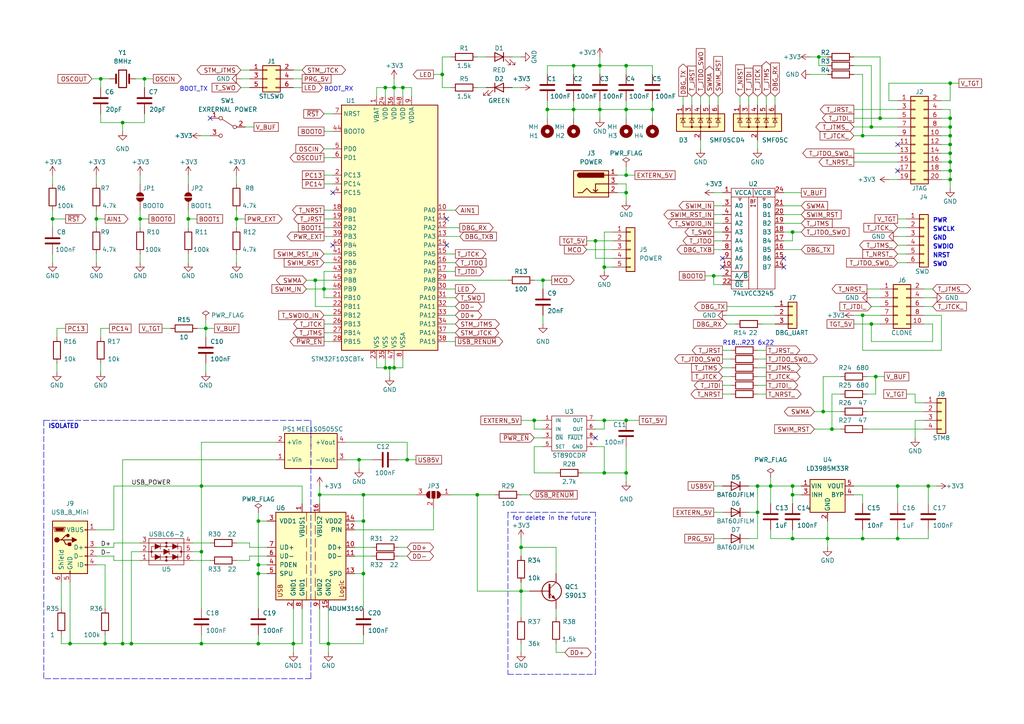
<source format=kicad_sch>
(kicad_sch (version 20211123) (generator eeschema)
  (paper "A4")
  (junction (at 173.99 19.05))
  (junction (at 138.43 143.51))
  (junction (at 173.99 31.75))
  (junction (at 275.59 41.91))
  (junction (at 35.56 186.69))
  (junction (at 219.71 140.97))
  (junction (at 255.27 34.29))
  (junction (at 105.41 151.13))
  (junction (at 238.76 119.38))
  (junction (at 229.87 67.31))
  (junction (at 181.61 137.16))
  (junction (at 29.21 22.86))
  (junction (at 237.49 16.51))
  (junction (at 27.94 63.5))
  (junction (at 250.19 91.44))
  (junction (at 166.37 19.05))
  (junction (at 223.52 140.97))
  (junction (at 74.93 163.83))
  (junction (at 15.24 63.5))
  (junction (at 74.93 151.13))
  (junction (at 118.11 133.35))
  (junction (at 275.59 39.37))
  (junction (at 114.3 25.4))
  (junction (at 158.75 31.75))
  (junction (at 54.61 63.5))
  (junction (at 241.3 124.46))
  (junction (at 111.76 106.68))
  (junction (at 229.87 143.51))
  (junction (at 181.61 50.8))
  (junction (at 58.42 140.97))
  (junction (at 151.13 171.45))
  (junction (at 275.59 44.45))
  (junction (at 252.73 93.98))
  (junction (at 181.61 19.05))
  (junction (at 207.01 80.01))
  (junction (at 250.19 156.21))
  (junction (at 58.42 186.69))
  (junction (at 59.69 95.25))
  (junction (at 252.73 36.83))
  (junction (at 41.91 22.86))
  (junction (at 105.41 143.51))
  (junction (at 229.87 156.21))
  (junction (at 91.44 81.28))
  (junction (at 35.56 35.56))
  (junction (at 157.48 81.28))
  (junction (at 85.09 186.69))
  (junction (at 151.13 158.75))
  (junction (at 181.61 55.88))
  (junction (at 269.24 140.97))
  (junction (at 128.27 21.59))
  (junction (at 175.26 121.92))
  (junction (at 93.98 83.82))
  (junction (at 240.03 156.21))
  (junction (at 175.26 77.47))
  (junction (at 58.42 160.02))
  (junction (at 189.23 31.75))
  (junction (at 275.59 34.29))
  (junction (at 260.35 156.21))
  (junction (at 92.71 143.51))
  (junction (at 229.87 140.97))
  (junction (at 95.25 186.69))
  (junction (at 275.59 49.53))
  (junction (at 74.93 166.37))
  (junction (at 154.94 121.92))
  (junction (at 20.32 186.69))
  (junction (at 275.59 52.07))
  (junction (at 30.48 186.69))
  (junction (at 275.59 36.83))
  (junction (at 40.64 63.5))
  (junction (at 260.35 140.97))
  (junction (at 113.03 106.68))
  (junction (at 250.19 39.37))
  (junction (at 166.37 31.75))
  (junction (at 219.71 148.59))
  (junction (at 105.41 166.37))
  (junction (at 116.84 25.4))
  (junction (at 275.59 24.13))
  (junction (at 254 109.22))
  (junction (at 175.26 137.16))
  (junction (at 275.59 46.99))
  (junction (at 104.14 133.35))
  (junction (at 38.1 186.69))
  (junction (at 68.58 63.5))
  (junction (at 111.76 25.4))
  (junction (at 181.61 31.75))
  (junction (at 114.3 106.68))
  (junction (at 172.72 69.85))
  (junction (at 74.93 186.69))
  (junction (at 181.61 121.92))
  (no_connect (at 172.72 127))
  (no_connect (at 209.55 77.47))
  (no_connect (at 96.52 55.88))
  (no_connect (at 227.33 77.47))
  (no_connect (at 260.35 49.53))
  (no_connect (at 129.54 71.12))
  (no_connect (at 96.52 71.12))
  (no_connect (at 129.54 63.5))
  (no_connect (at 209.55 74.93))
  (no_connect (at 60.96 34.29))
  (no_connect (at 227.33 74.93))
  (no_connect (at 260.35 41.91))
  (wire (pts (xy 252.73 36.83) (xy 260.35 36.83)))
  (wire (pts (xy 68.58 50.8) (xy 68.58 53.34)))
  (wire (pts (xy 170.18 69.85) (xy 172.72 69.85)))
  (wire (pts (xy 275.59 31.75) (xy 275.59 34.29)))
  (wire (pts (xy 251.46 124.46) (xy 267.97 124.46)))
  (wire (pts (xy 210.82 88.9) (xy 224.79 88.9)))
  (wire (pts (xy 15.24 50.8) (xy 15.24 53.34)))
  (wire (pts (xy 205.74 27.94) (xy 205.74 30.48)))
  (wire (pts (xy 88.9 81.28) (xy 91.44 81.28)))
  (wire (pts (xy 154.94 137.16) (xy 161.29 137.16)))
  (wire (pts (xy 273.05 36.83) (xy 275.59 36.83)))
  (wire (pts (xy 29.21 105.41) (xy 29.21 107.95)))
  (wire (pts (xy 59.69 95.25) (xy 59.69 97.79)))
  (wire (pts (xy 115.57 161.29) (xy 118.11 161.29)))
  (wire (pts (xy 38.1 160.02) (xy 38.1 186.69)))
  (wire (pts (xy 175.26 77.47) (xy 177.8 77.47)))
  (wire (pts (xy 172.72 124.46) (xy 175.26 124.46)))
  (wire (pts (xy 229.87 156.21) (xy 240.03 156.21)))
  (wire (pts (xy 27.94 73.66) (xy 27.94 76.2)))
  (wire (pts (xy 260.35 156.21) (xy 269.24 156.21)))
  (wire (pts (xy 29.21 95.25) (xy 29.21 97.79)))
  (wire (pts (xy 229.87 67.31) (xy 232.41 67.31)))
  (wire (pts (xy 207.01 64.77) (xy 209.55 64.77)))
  (wire (pts (xy 247.65 93.98) (xy 252.73 93.98)))
  (wire (pts (xy 247.65 143.51) (xy 250.19 143.51)))
  (wire (pts (xy 275.59 39.37) (xy 275.59 41.91)))
  (wire (pts (xy 33.02 153.67) (xy 33.02 140.97)))
  (wire (pts (xy 179.07 53.34) (xy 181.61 53.34)))
  (wire (pts (xy 260.35 68.58) (xy 262.89 68.58)))
  (wire (pts (xy 102.87 151.13) (xy 105.41 151.13)))
  (wire (pts (xy 251.46 114.3) (xy 254 114.3)))
  (wire (pts (xy 181.61 55.88) (xy 181.61 58.42)))
  (wire (pts (xy 87.63 140.97) (xy 87.63 146.05)))
  (wire (pts (xy 54.61 50.8) (xy 54.61 53.34)))
  (wire (pts (xy 275.59 52.07) (xy 273.05 52.07)))
  (wire (pts (xy 161.29 176.53) (xy 161.29 179.07)))
  (wire (pts (xy 92.71 186.69) (xy 95.25 186.69)))
  (wire (pts (xy 232.41 140.97) (xy 229.87 140.97)))
  (wire (pts (xy 100.33 128.27) (xy 118.11 128.27)))
  (wire (pts (xy 219.71 109.22) (xy 222.25 109.22)))
  (wire (pts (xy 85.09 20.32) (xy 87.63 20.32)))
  (wire (pts (xy 250.19 39.37) (xy 260.35 39.37)))
  (wire (pts (xy 71.12 36.83) (xy 73.66 36.83)))
  (wire (pts (xy 252.73 86.36) (xy 255.27 86.36)))
  (wire (pts (xy 209.55 109.22) (xy 212.09 109.22)))
  (wire (pts (xy 138.43 25.4) (xy 140.97 25.4)))
  (wire (pts (xy 129.54 60.96) (xy 132.08 60.96)))
  (wire (pts (xy 207.01 62.23) (xy 209.55 62.23)))
  (wire (pts (xy 217.17 140.97) (xy 219.71 140.97)))
  (wire (pts (xy 227.33 59.69) (xy 232.41 59.69)))
  (wire (pts (xy 234.95 16.51) (xy 237.49 16.51)))
  (wire (pts (xy 241.3 114.3) (xy 243.84 114.3)))
  (wire (pts (xy 74.93 184.15) (xy 74.93 186.69)))
  (wire (pts (xy 273.05 91.44) (xy 273.05 101.6)))
  (wire (pts (xy 267.97 121.92) (xy 265.43 121.92)))
  (wire (pts (xy 33.02 157.48) (xy 40.64 157.48)))
  (wire (pts (xy 95.25 186.69) (xy 95.25 189.23)))
  (wire (pts (xy 222.25 27.94) (xy 222.25 30.48)))
  (wire (pts (xy 260.35 140.97) (xy 269.24 140.97)))
  (wire (pts (xy 74.93 186.69) (xy 85.09 186.69)))
  (wire (pts (xy 93.98 60.96) (xy 96.52 60.96)))
  (wire (pts (xy 227.33 62.23) (xy 232.41 62.23)))
  (wire (pts (xy 33.02 158.75) (xy 33.02 157.48)))
  (wire (pts (xy 58.42 128.27) (xy 80.01 128.27)))
  (wire (pts (xy 31.75 22.86) (xy 29.21 22.86)))
  (wire (pts (xy 223.52 156.21) (xy 229.87 156.21)))
  (wire (pts (xy 105.41 151.13) (xy 105.41 166.37)))
  (wire (pts (xy 275.59 29.21) (xy 273.05 29.21)))
  (wire (pts (xy 100.33 133.35) (xy 104.14 133.35)))
  (wire (pts (xy 267.97 91.44) (xy 273.05 91.44)))
  (polyline (pts (xy 172.72 148.59) (xy 147.32 148.59)))
  (wire (pts (xy 207.01 140.97) (xy 209.55 140.97)))
  (wire (pts (xy 243.84 124.46) (xy 241.3 124.46)))
  (wire (pts (xy 93.98 99.06) (xy 96.52 99.06)))
  (wire (pts (xy 275.59 34.29) (xy 275.59 36.83)))
  (wire (pts (xy 87.63 186.69) (xy 85.09 186.69)))
  (wire (pts (xy 109.22 27.94) (xy 109.22 25.4)))
  (wire (pts (xy 129.54 93.98) (xy 132.08 93.98)))
  (wire (pts (xy 189.23 19.05) (xy 189.23 21.59)))
  (wire (pts (xy 95.25 186.69) (xy 105.41 186.69)))
  (wire (pts (xy 252.73 99.06) (xy 270.51 99.06)))
  (wire (pts (xy 251.46 83.82) (xy 255.27 83.82)))
  (wire (pts (xy 172.72 69.85) (xy 172.72 74.93)))
  (wire (pts (xy 105.41 143.51) (xy 120.65 143.51)))
  (wire (pts (xy 27.94 50.8) (xy 27.94 53.34)))
  (wire (pts (xy 39.37 22.86) (xy 41.91 22.86)))
  (wire (pts (xy 237.49 16.51) (xy 240.03 16.51)))
  (polyline (pts (xy 90.17 121.92) (xy 90.17 196.85)))
  (wire (pts (xy 173.99 19.05) (xy 173.99 16.51)))
  (wire (pts (xy 151.13 168.91) (xy 151.13 171.45)))
  (wire (pts (xy 59.69 95.25) (xy 62.23 95.25)))
  (wire (pts (xy 92.71 140.97) (xy 92.71 143.51)))
  (wire (pts (xy 181.61 50.8) (xy 184.15 50.8)))
  (wire (pts (xy 255.27 16.51) (xy 255.27 34.29)))
  (wire (pts (xy 275.59 49.53) (xy 275.59 52.07)))
  (wire (pts (xy 158.75 21.59) (xy 158.75 19.05)))
  (wire (pts (xy 129.54 86.36) (xy 132.08 86.36)))
  (wire (pts (xy 93.98 63.5) (xy 96.52 63.5)))
  (wire (pts (xy 151.13 171.45) (xy 153.67 171.45)))
  (wire (pts (xy 168.91 137.16) (xy 175.26 137.16)))
  (wire (pts (xy 93.98 50.8) (xy 96.52 50.8)))
  (wire (pts (xy 275.59 52.07) (xy 275.59 54.61)))
  (wire (pts (xy 224.79 27.94) (xy 224.79 30.48)))
  (wire (pts (xy 40.64 73.66) (xy 40.64 76.2)))
  (wire (pts (xy 102.87 153.67) (xy 125.73 153.67)))
  (wire (pts (xy 114.3 104.14) (xy 114.3 106.68)))
  (wire (pts (xy 247.65 46.99) (xy 260.35 46.99)))
  (wire (pts (xy 55.88 160.02) (xy 58.42 160.02)))
  (wire (pts (xy 170.18 72.39) (xy 177.8 72.39)))
  (wire (pts (xy 93.98 78.74) (xy 93.98 83.82)))
  (wire (pts (xy 27.94 158.75) (xy 33.02 158.75)))
  (wire (pts (xy 161.29 189.23) (xy 161.29 186.69)))
  (wire (pts (xy 270.51 86.36) (xy 267.97 86.36)))
  (wire (pts (xy 138.43 143.51) (xy 143.51 143.51)))
  (wire (pts (xy 148.59 16.51) (xy 151.13 16.51)))
  (wire (pts (xy 247.65 44.45) (xy 260.35 44.45)))
  (wire (pts (xy 175.26 121.92) (xy 175.26 124.46)))
  (wire (pts (xy 158.75 34.29) (xy 158.75 31.75)))
  (wire (pts (xy 173.99 19.05) (xy 173.99 21.59)))
  (wire (pts (xy 15.24 73.66) (xy 15.24 76.2)))
  (wire (pts (xy 27.94 153.67) (xy 33.02 153.67)))
  (wire (pts (xy 129.54 68.58) (xy 133.35 68.58)))
  (polyline (pts (xy 172.72 195.58) (xy 172.72 148.59)))
  (wire (pts (xy 217.17 156.21) (xy 219.71 156.21)))
  (wire (pts (xy 153.67 143.51) (xy 151.13 143.51)))
  (wire (pts (xy 96.52 88.9) (xy 91.44 88.9)))
  (wire (pts (xy 58.42 184.15) (xy 58.42 186.69)))
  (wire (pts (xy 154.94 129.54) (xy 157.48 129.54)))
  (wire (pts (xy 26.67 22.86) (xy 29.21 22.86)))
  (wire (pts (xy 33.02 161.29) (xy 33.02 162.56)))
  (wire (pts (xy 251.46 109.22) (xy 254 109.22)))
  (wire (pts (xy 74.93 148.59) (xy 74.93 151.13)))
  (wire (pts (xy 102.87 158.75) (xy 107.95 158.75)))
  (wire (pts (xy 227.33 55.88) (xy 232.41 55.88)))
  (wire (pts (xy 154.94 81.28) (xy 157.48 81.28)))
  (wire (pts (xy 181.61 137.16) (xy 181.61 139.7)))
  (wire (pts (xy 265.43 121.92) (xy 265.43 127)))
  (wire (pts (xy 273.05 41.91) (xy 275.59 41.91)))
  (wire (pts (xy 207.01 148.59) (xy 209.55 148.59)))
  (polyline (pts (xy 90.17 196.85) (xy 12.7 196.85)))
  (wire (pts (xy 33.02 140.97) (xy 58.42 140.97)))
  (wire (pts (xy 58.42 128.27) (xy 58.42 140.97)))
  (wire (pts (xy 175.26 137.16) (xy 181.61 137.16)))
  (wire (pts (xy 219.71 114.3) (xy 222.25 114.3)))
  (wire (pts (xy 209.55 101.6) (xy 212.09 101.6)))
  (wire (pts (xy 87.63 176.53) (xy 87.63 186.69)))
  (wire (pts (xy 265.43 116.84) (xy 267.97 116.84)))
  (wire (pts (xy 30.48 163.83) (xy 30.48 176.53)))
  (wire (pts (xy 58.42 39.37) (xy 60.96 39.37)))
  (wire (pts (xy 114.3 25.4) (xy 114.3 27.94)))
  (wire (pts (xy 77.47 161.29) (xy 72.39 161.29)))
  (wire (pts (xy 130.81 143.51) (xy 138.43 143.51)))
  (wire (pts (xy 129.54 66.04) (xy 133.35 66.04)))
  (wire (pts (xy 255.27 34.29) (xy 260.35 34.29)))
  (wire (pts (xy 250.19 91.44) (xy 255.27 91.44)))
  (wire (pts (xy 54.61 63.5) (xy 57.15 63.5)))
  (wire (pts (xy 102.87 166.37) (xy 105.41 166.37)))
  (wire (pts (xy 273.05 44.45) (xy 275.59 44.45)))
  (wire (pts (xy 40.64 66.04) (xy 40.64 63.5)))
  (wire (pts (xy 93.98 86.36) (xy 93.98 83.82)))
  (wire (pts (xy 181.61 31.75) (xy 181.61 29.21)))
  (wire (pts (xy 229.87 140.97) (xy 229.87 143.51)))
  (wire (pts (xy 227.33 64.77) (xy 232.41 64.77)))
  (wire (pts (xy 257.81 29.21) (xy 257.81 24.13)))
  (wire (pts (xy 151.13 158.75) (xy 161.29 158.75)))
  (wire (pts (xy 27.94 63.5) (xy 27.94 60.96)))
  (wire (pts (xy 219.71 27.94) (xy 219.71 30.48)))
  (wire (pts (xy 35.56 35.56) (xy 35.56 38.1)))
  (wire (pts (xy 125.73 153.67) (xy 125.73 147.32)))
  (wire (pts (xy 181.61 34.29) (xy 181.61 31.75)))
  (wire (pts (xy 269.24 140.97) (xy 269.24 146.05)))
  (wire (pts (xy 130.81 16.51) (xy 128.27 16.51)))
  (wire (pts (xy 151.13 171.45) (xy 151.13 179.07)))
  (wire (pts (xy 247.65 140.97) (xy 260.35 140.97)))
  (wire (pts (xy 57.15 95.25) (xy 59.69 95.25)))
  (wire (pts (xy 31.75 95.25) (xy 29.21 95.25)))
  (wire (pts (xy 116.84 104.14) (xy 116.84 106.68)))
  (wire (pts (xy 93.98 96.52) (xy 96.52 96.52)))
  (wire (pts (xy 163.83 189.23) (xy 161.29 189.23)))
  (wire (pts (xy 269.24 156.21) (xy 269.24 153.67)))
  (wire (pts (xy 257.81 52.07) (xy 260.35 52.07)))
  (wire (pts (xy 203.2 40.64) (xy 203.2 43.18)))
  (wire (pts (xy 58.42 160.02) (xy 58.42 176.53)))
  (wire (pts (xy 247.65 39.37) (xy 250.19 39.37)))
  (wire (pts (xy 111.76 104.14) (xy 111.76 106.68)))
  (wire (pts (xy 58.42 186.69) (xy 38.1 186.69)))
  (wire (pts (xy 154.94 121.92) (xy 157.48 121.92)))
  (wire (pts (xy 109.22 106.68) (xy 111.76 106.68)))
  (wire (pts (xy 181.61 19.05) (xy 181.61 21.59)))
  (wire (pts (xy 209.55 104.14) (xy 212.09 104.14)))
  (wire (pts (xy 20.32 168.91) (xy 20.32 186.69)))
  (wire (pts (xy 181.61 129.54) (xy 181.61 137.16)))
  (wire (pts (xy 17.78 186.69) (xy 20.32 186.69)))
  (wire (pts (xy 189.23 29.21) (xy 189.23 31.75)))
  (wire (pts (xy 105.41 143.51) (xy 105.41 151.13)))
  (wire (pts (xy 92.71 143.51) (xy 92.71 146.05)))
  (wire (pts (xy 238.76 119.38) (xy 238.76 109.22)))
  (wire (pts (xy 251.46 119.38) (xy 267.97 119.38)))
  (wire (pts (xy 275.59 24.13) (xy 275.59 29.21)))
  (wire (pts (xy 172.72 129.54) (xy 175.26 129.54)))
  (wire (pts (xy 175.26 67.31) (xy 175.26 77.47)))
  (wire (pts (xy 118.11 133.35) (xy 120.65 133.35)))
  (wire (pts (xy 179.07 55.88) (xy 181.61 55.88)))
  (wire (pts (xy 265.43 114.3) (xy 265.43 116.84)))
  (wire (pts (xy 15.24 63.5) (xy 15.24 66.04)))
  (wire (pts (xy 128.27 25.4) (xy 130.81 25.4)))
  (wire (pts (xy 240.03 156.21) (xy 240.03 158.75)))
  (wire (pts (xy 129.54 99.06) (xy 132.08 99.06)))
  (wire (pts (xy 27.94 63.5) (xy 30.48 63.5)))
  (wire (pts (xy 115.57 158.75) (xy 118.11 158.75)))
  (wire (pts (xy 40.64 50.8) (xy 40.64 53.34)))
  (wire (pts (xy 114.3 22.86) (xy 114.3 25.4)))
  (wire (pts (xy 177.8 67.31) (xy 175.26 67.31)))
  (wire (pts (xy 219.71 104.14) (xy 222.25 104.14)))
  (wire (pts (xy 91.44 81.28) (xy 91.44 88.9)))
  (wire (pts (xy 227.33 72.39) (xy 232.41 72.39)))
  (wire (pts (xy 241.3 124.46) (xy 241.3 114.3)))
  (wire (pts (xy 88.9 83.82) (xy 93.98 83.82)))
  (wire (pts (xy 15.24 60.96) (xy 15.24 63.5)))
  (wire (pts (xy 41.91 22.86) (xy 41.91 25.4)))
  (wire (pts (xy 40.64 63.5) (xy 43.18 63.5)))
  (wire (pts (xy 181.61 121.92) (xy 185.42 121.92)))
  (wire (pts (xy 166.37 19.05) (xy 166.37 21.59)))
  (wire (pts (xy 214.63 27.94) (xy 214.63 30.48)))
  (wire (pts (xy 105.41 184.15) (xy 105.41 186.69)))
  (wire (pts (xy 166.37 34.29) (xy 166.37 31.75)))
  (wire (pts (xy 27.94 163.83) (xy 30.48 163.83)))
  (wire (pts (xy 247.65 31.75) (xy 260.35 31.75)))
  (wire (pts (xy 223.52 140.97) (xy 223.52 146.05)))
  (wire (pts (xy 85.09 186.69) (xy 85.09 189.23)))
  (wire (pts (xy 93.98 38.1) (xy 96.52 38.1)))
  (wire (pts (xy 93.98 73.66) (xy 96.52 73.66)))
  (wire (pts (xy 72.39 157.48) (xy 72.39 158.75)))
  (wire (pts (xy 15.24 63.5) (xy 19.05 63.5)))
  (wire (pts (xy 54.61 60.96) (xy 54.61 63.5)))
  (wire (pts (xy 111.76 25.4) (xy 111.76 27.94)))
  (wire (pts (xy 59.69 105.41) (xy 59.69 107.95)))
  (wire (pts (xy 16.51 95.25) (xy 16.51 97.79)))
  (wire (pts (xy 128.27 21.59) (xy 128.27 25.4)))
  (wire (pts (xy 74.93 166.37) (xy 74.93 176.53)))
  (wire (pts (xy 33.02 162.56) (xy 40.64 162.56)))
  (wire (pts (xy 247.65 21.59) (xy 250.19 21.59)))
  (wire (pts (xy 232.41 143.51) (xy 229.87 143.51)))
  (wire (pts (xy 204.47 80.01) (xy 207.01 80.01)))
  (wire (pts (xy 247.65 19.05) (xy 252.73 19.05)))
  (wire (pts (xy 129.54 81.28) (xy 147.32 81.28)))
  (wire (pts (xy 40.64 60.96) (xy 40.64 63.5)))
  (wire (pts (xy 151.13 121.92) (xy 154.94 121.92)))
  (wire (pts (xy 179.07 50.8) (xy 181.61 50.8)))
  (wire (pts (xy 210.82 93.98) (xy 213.36 93.98)))
  (wire (pts (xy 260.35 63.5) (xy 262.89 63.5)))
  (wire (pts (xy 55.88 162.56) (xy 60.96 162.56)))
  (wire (pts (xy 209.55 114.3) (xy 212.09 114.3)))
  (wire (pts (xy 236.22 119.38) (xy 238.76 119.38)))
  (wire (pts (xy 54.61 73.66) (xy 54.61 76.2)))
  (wire (pts (xy 252.73 88.9) (xy 255.27 88.9)))
  (wire (pts (xy 109.22 104.14) (xy 109.22 106.68)))
  (wire (pts (xy 207.01 82.55) (xy 207.01 80.01)))
  (wire (pts (xy 68.58 73.66) (xy 68.58 76.2)))
  (wire (pts (xy 250.19 21.59) (xy 250.19 39.37)))
  (wire (pts (xy 55.88 157.48) (xy 60.96 157.48)))
  (wire (pts (xy 250.19 156.21) (xy 260.35 156.21)))
  (polyline (pts (xy 147.32 148.59) (xy 147.32 195.58)))
  (wire (pts (xy 85.09 25.4) (xy 87.63 25.4)))
  (wire (pts (xy 151.13 25.4) (xy 148.59 25.4)))
  (wire (pts (xy 29.21 22.86) (xy 29.21 25.4)))
  (wire (pts (xy 93.98 33.02) (xy 96.52 33.02)))
  (wire (pts (xy 252.73 93.98) (xy 252.73 99.06)))
  (wire (pts (xy 250.19 101.6) (xy 250.19 91.44)))
  (wire (pts (xy 223.52 153.67) (xy 223.52 156.21)))
  (wire (pts (xy 93.98 53.34) (xy 96.52 53.34)))
  (wire (pts (xy 129.54 76.2) (xy 132.08 76.2)))
  (wire (pts (xy 236.22 124.46) (xy 241.3 124.46)))
  (wire (pts (xy 247.65 16.51) (xy 255.27 16.51)))
  (wire (pts (xy 19.05 95.25) (xy 16.51 95.25)))
  (wire (pts (xy 96.52 86.36) (xy 93.98 86.36)))
  (wire (pts (xy 270.51 83.82) (xy 267.97 83.82)))
  (wire (pts (xy 59.69 92.71) (xy 59.69 95.25)))
  (wire (pts (xy 229.87 140.97) (xy 223.52 140.97)))
  (wire (pts (xy 93.98 45.72) (xy 96.52 45.72)))
  (wire (pts (xy 260.35 71.12) (xy 262.89 71.12)))
  (wire (pts (xy 93.98 66.04) (xy 96.52 66.04)))
  (wire (pts (xy 92.71 143.51) (xy 105.41 143.51)))
  (wire (pts (xy 102.87 161.29) (xy 107.95 161.29)))
  (wire (pts (xy 273.05 34.29) (xy 275.59 34.29)))
  (wire (pts (xy 275.59 46.99) (xy 275.59 49.53)))
  (wire (pts (xy 166.37 31.75) (xy 166.37 29.21)))
  (wire (pts (xy 157.48 91.44) (xy 157.48 93.98)))
  (wire (pts (xy 151.13 186.69) (xy 151.13 189.23)))
  (wire (pts (xy 96.52 78.74) (xy 93.98 78.74)))
  (wire (pts (xy 254 109.22) (xy 254 114.3)))
  (wire (pts (xy 227.33 67.31) (xy 229.87 67.31)))
  (wire (pts (xy 181.61 19.05) (xy 189.23 19.05)))
  (wire (pts (xy 118.11 128.27) (xy 118.11 133.35)))
  (polyline (pts (xy 12.7 121.92) (xy 90.17 121.92)))
  (wire (pts (xy 29.21 33.02) (xy 29.21 35.56)))
  (wire (pts (xy 68.58 66.04) (xy 68.58 63.5)))
  (wire (pts (xy 238.76 119.38) (xy 243.84 119.38)))
  (wire (pts (xy 93.98 91.44) (xy 96.52 91.44)))
  (wire (pts (xy 173.99 31.75) (xy 173.99 34.29)))
  (wire (pts (xy 219.71 101.6) (xy 222.25 101.6)))
  (wire (pts (xy 114.3 25.4) (xy 116.84 25.4)))
  (wire (pts (xy 151.13 161.29) (xy 151.13 158.75)))
  (wire (pts (xy 260.35 73.66) (xy 262.89 73.66)))
  (polyline (pts (xy 147.32 195.58) (xy 172.72 195.58)))
  (wire (pts (xy 219.71 106.68) (xy 222.25 106.68)))
  (wire (pts (xy 270.51 88.9) (xy 267.97 88.9)))
  (wire (pts (xy 30.48 186.69) (xy 35.56 186.69)))
  (wire (pts (xy 260.35 66.04) (xy 262.89 66.04)))
  (wire (pts (xy 17.78 168.91) (xy 17.78 176.53)))
  (wire (pts (xy 229.87 143.51) (xy 229.87 146.05)))
  (wire (pts (xy 247.65 36.83) (xy 252.73 36.83)))
  (wire (pts (xy 219.71 40.64) (xy 219.71 43.18)))
  (wire (pts (xy 257.81 29.21) (xy 260.35 29.21)))
  (wire (pts (xy 129.54 78.74) (xy 132.08 78.74)))
  (wire (pts (xy 111.76 106.68) (xy 113.03 106.68)))
  (wire (pts (xy 267.97 93.98) (xy 270.51 93.98)))
  (wire (pts (xy 207.01 156.21) (xy 209.55 156.21)))
  (wire (pts (xy 74.93 163.83) (xy 74.93 166.37)))
  (wire (pts (xy 151.13 171.45) (xy 138.43 171.45)))
  (wire (pts (xy 247.65 91.44) (xy 250.19 91.44)))
  (wire (pts (xy 157.48 81.28) (xy 160.02 81.28)))
  (wire (pts (xy 93.98 68.58) (xy 96.52 68.58)))
  (wire (pts (xy 161.29 158.75) (xy 161.29 166.37)))
  (wire (pts (xy 157.48 81.28) (xy 157.48 83.82)))
  (wire (pts (xy 275.59 36.83) (xy 275.59 39.37)))
  (wire (pts (xy 240.03 19.05) (xy 237.49 19.05)))
  (wire (pts (xy 260.35 76.2) (xy 262.89 76.2)))
  (wire (pts (xy 157.48 124.46) (xy 154.94 124.46)))
  (wire (pts (xy 234.95 21.59) (xy 240.03 21.59)))
  (wire (pts (xy 27.94 161.29) (xy 33.02 161.29)))
  (wire (pts (xy 129.54 96.52) (xy 132.08 96.52)))
  (wire (pts (xy 104.14 133.35) (xy 107.95 133.35)))
  (wire (pts (xy 46.99 95.25) (xy 49.53 95.25)))
  (wire (pts (xy 273.05 49.53) (xy 275.59 49.53)))
  (wire (pts (xy 255.27 93.98) (xy 252.73 93.98)))
  (wire (pts (xy 111.76 25.4) (xy 114.3 25.4)))
  (wire (pts (xy 92.71 176.53) (xy 92.71 186.69)))
  (wire (pts (xy 275.59 44.45) (xy 275.59 46.99)))
  (wire (pts (xy 273.05 46.99) (xy 275.59 46.99)))
  (wire (pts (xy 72.39 20.32) (xy 69.85 20.32)))
  (wire (pts (xy 95.25 176.53) (xy 95.25 186.69)))
  (wire (pts (xy 173.99 31.75) (xy 173.99 29.21)))
  (wire (pts (xy 68.58 162.56) (xy 72.39 162.56)))
  (wire (pts (xy 119.38 25.4) (xy 119.38 27.94)))
  (wire (pts (xy 154.94 124.46) (xy 154.94 121.92)))
  (wire (pts (xy 189.23 31.75) (xy 181.61 31.75)))
  (wire (pts (xy 207.01 82.55) (xy 209.55 82.55)))
  (wire (pts (xy 35.56 133.35) (xy 35.56 186.69)))
  (wire (pts (xy 254 109.22) (xy 256.54 109.22)))
  (wire (pts (xy 240.03 151.13) (xy 240.03 156.21)))
  (wire (pts (xy 80.01 133.35) (xy 35.56 133.35)))
  (polyline (pts (xy 12.7 121.92) (xy 12.7 196.85)))
  (wire (pts (xy 172.72 121.92) (xy 175.26 121.92)))
  (wire (pts (xy 217.17 148.59) (xy 219.71 148.59)))
  (wire (pts (xy 54.61 66.04) (xy 54.61 63.5)))
  (wire (pts (xy 273.05 101.6) (xy 250.19 101.6)))
  (wire (pts (xy 58.42 186.69) (xy 74.93 186.69)))
  (wire (pts (xy 38.1 160.02) (xy 40.64 160.02)))
  (wire (pts (xy 72.39 158.75) (xy 77.47 158.75)))
  (wire (pts (xy 154.94 127) (xy 157.48 127)))
  (wire (pts (xy 173.99 19.05) (xy 181.61 19.05)))
  (wire (pts (xy 262.89 114.3) (xy 265.43 114.3)))
  (wire (pts (xy 207.01 67.31) (xy 209.55 67.31)))
  (wire (pts (xy 175.26 77.47) (xy 175.26 78.74)))
  (wire (pts (xy 68.58 63.5) (xy 71.12 63.5)))
  (wire (pts (xy 250.19 143.51) (xy 250.19 146.05)))
  (wire (pts (xy 229.87 67.31) (xy 229.87 69.85)))
  (wire (pts (xy 175.26 121.92) (xy 181.61 121.92)))
  (wire (pts (xy 129.54 73.66) (xy 132.08 73.66)))
  (wire (pts (xy 247.65 34.29) (xy 255.27 34.29)))
  (wire (pts (xy 181.61 31.75) (xy 173.99 31.75)))
  (wire (pts (xy 237.49 16.51) (xy 237.49 19.05)))
  (wire (pts (xy 207.01 80.01) (xy 209.55 80.01)))
  (wire (pts (xy 220.98 93.98) (xy 224.79 93.98)))
  (wire (pts (xy 113.03 106.68) (xy 114.3 106.68)))
  (wire (pts (xy 17.78 184.15) (xy 17.78 186.69)))
  (wire (pts (xy 30.48 184.15) (xy 30.48 186.69)))
  (wire (pts (xy 69.85 25.4) (xy 72.39 25.4)))
  (wire (pts (xy 72.39 161.29) (xy 72.39 162.56)))
  (wire (pts (xy 58.42 140.97) (xy 87.63 140.97)))
  (wire (pts (xy 275.59 24.13) (xy 278.13 24.13)))
  (wire (pts (xy 91.44 81.28) (xy 96.52 81.28)))
  (wire (pts (xy 260.35 140.97) (xy 260.35 146.05)))
  (wire (pts (xy 68.58 63.5) (xy 68.58 60.96)))
  (wire (pts (xy 129.54 83.82) (xy 132.08 83.82)))
  (wire (pts (xy 181.61 53.34) (xy 181.61 55.88)))
  (wire (pts (xy 273.05 31.75) (xy 275.59 31.75)))
  (wire (pts (xy 217.17 27.94) (xy 217.17 30.48)))
  (wire (pts (xy 116.84 25.4) (xy 119.38 25.4)))
  (wire (pts (xy 58.42 140.97) (xy 58.42 160.02)))
  (wire (pts (xy 29.21 35.56) (xy 35.56 35.56)))
  (wire (pts (xy 173.99 31.75) (xy 166.37 31.75)))
  (wire (pts (xy 240.03 156.21) (xy 250.19 156.21)))
  (wire (pts (xy 93.98 83.82) (xy 96.52 83.82)))
  (wire (pts (xy 172.72 74.93) (xy 177.8 74.93)))
  (wire (pts (xy 113.03 106.68) (xy 113.03 109.22)))
  (wire (pts (xy 273.05 39.37) (xy 275.59 39.37)))
  (wire (pts (xy 151.13 158.75) (xy 151.13 156.21)))
  (wire (pts (xy 114.3 106.68) (xy 116.84 106.68)))
  (wire (pts (xy 166.37 19.05) (xy 173.99 19.05)))
  (wire (pts (xy 229.87 153.67) (xy 229.87 156.21)))
  (wire (pts (xy 198.12 27.94) (xy 198.12 30.48)))
  (wire (pts (xy 210.82 91.44) (xy 224.79 91.44)))
  (wire (pts (xy 270.51 99.06) (xy 270.51 93.98)))
  (wire (pts (xy 129.54 88.9) (xy 132.08 88.9)))
  (wire (pts (xy 203.2 27.94) (xy 203.2 30.48)))
  (wire (pts (xy 207.01 72.39) (xy 209.55 72.39)))
  (wire (pts (xy 129.54 91.44) (xy 132.08 91.44)))
  (wire (pts (xy 250.19 153.67) (xy 250.19 156.21)))
  (wire (pts (xy 16.51 105.41) (xy 16.51 107.95)))
  (wire (pts (xy 68.58 157.48) (xy 72.39 157.48)))
  (wire (pts (xy 219.71 111.76) (xy 222.25 111.76)))
  (wire (pts (xy 128.27 16.51) (xy 128.27 21.59)))
  (wire (pts (xy 72.39 22.86) (xy 69.85 22.86)))
  (wire (pts (xy 74.93 163.83) (xy 77.47 163.83)))
  (wire (pts (xy 105.41 166.37) (xy 105.41 176.53)))
  (wire (pts (xy 223.52 138.43) (xy 223.52 140.97)))
  (wire (pts (xy 207.01 69.85) (xy 209.55 69.85)))
  (wire (pts (xy 158.75 31.75) (xy 158.75 29.21)))
  (wire (pts (xy 207.01 55.88) (xy 209.55 55.88)))
  (wire (pts (xy 27.94 66.04) (xy 27.94 63.5)))
  (wire (pts (xy 219.71 140.97) (xy 219.71 148.59)))
  (wire (pts (xy 257.81 24.13) (xy 275.59 24.13)))
  (wire (pts (xy 207.01 59.69) (xy 209.55 59.69)))
  (wire (pts (xy 85.09 176.53) (xy 85.09 186.69)))
  (wire (pts (xy 175.26 129.54) (xy 175.26 137.16)))
  (wire (pts (xy 74.93 166.37) (xy 77.47 166.37)))
  (wire (pts (xy 189.23 34.29) (xy 189.23 31.75)))
  (wire (pts (xy 209.55 106.68) (xy 212.09 106.68)))
  (wire (pts (xy 238.76 109.22) (xy 243.84 109.22)))
  (wire (pts (xy 219.71 148.59) (xy 219.71 156.21)))
  (wire (pts (xy 93.98 76.2) (xy 96.52 76.2)))
  (wire (pts (xy 41.91 22.86) (xy 44.45 22.86)))
  (wire (pts (xy 166.37 31.75) (xy 158.75 31.75)))
  (wire (pts (xy 138.43 143.51) (xy 138.43 171.45)))
  (wire (pts (xy 115.57 133.35) (xy 118.11 133.35)))
  (wire (pts (xy 200.66 27.94) (xy 200.66 30.48)))
  (wire (pts (xy 158.75 19.05) (xy 166.37 19.05)))
  (wire (pts (xy 209.55 111.76) (xy 212.09 111.76)))
  (wire (pts (xy 275.59 41.91) (xy 275.59 44.45)))
  (wire (pts (xy 208.28 27.94) (xy 208.28 30.48)))
  (wire (pts (xy 35.56 186.69) (xy 38.1 186.69)))
  (wire (pts (xy 154.94 129.54) (xy 154.94 137.16)))
  (wire (pts (xy 41.91 33.02) (xy 41.91 35.56)))
  (wire (pts (xy 74.93 151.13) (xy 77.47 151.13)))
  (wire (pts (xy 116.84 25.4) (xy 116.84 27.94)))
  (wire (pts (xy 85.09 22.86) (xy 87.63 22.86)))
  (wire (pts (xy 30.48 186.69) (xy 20.32 186.69)))
  (wire (pts (xy 128.27 21.59) (xy 125.73 21.59)))
  (wire (pts (xy 227.33 69.85) (xy 229.87 69.85)))
  (wire (pts (xy 104.14 133.35) (xy 104.14 135.89)))
  (wire (pts (xy 181.61 48.26) (xy 181.61 50.8)))
  (wire (pts (xy 172.72 69.85) (xy 177.8 69.85)))
  (wire (pts (xy 93.98 43.18) (xy 96.52 43.18)))
  (wire (pts (xy 35.56 35.56) (xy 41.91 35.56)))
  (wire (pts (xy 138.43 16.51) (xy 140.97 16.51)))
  (wire (pts (xy 260.35 153.67) (xy 260.35 156.21)))
  (wire (pts (xy 74.93 151.13) (xy 74.93 163.83)))
  (wire (pts (xy 93.98 93.98) (xy 96.52 93.98)))
  (wire (pts (xy 109.22 25.4) (xy 111.76 25.4)))
  (wire (pts (xy 219.71 140.97) (xy 223.52 140.97)))
  (wire (pts (xy 269.24 140.97) (xy 271.78 140.97)))
  (wire (pts (xy 252.73 19.05) (xy 252.73 36.83)))
  (text "BOOT_RX" (at 93.98 26.67 0) (effects (font (size 1.27 1.27)) (justify left bottom)))
  (text "SWCLK" (at 270.51 67.31 0) (effects (font (size 1.27 1.27) (thickness 0.254) bold) (justify left bottom)))
  (text "GND" (at 270.51 69.85 0) (effects (font (size 1.27 1.27) (thickness 0.254) bold) (justify left bottom)))
  (text "NRST" (at 270.51 74.93 0) (effects (font (size 1.27 1.27) (thickness 0.254) bold) (justify left bottom)))
  (text "R18...R23 6x22" (at 209.55 100.33 0) (effects (font (size 1.27 1.27)) (justify left bottom)))
  (text "SWDIO" (at 270.51 72.39 0) (effects (font (size 1.27 1.27) (thickness 0.254) bold) (justify left bottom)))
  (text "SWO" (at 270.51 77.47 0) (effects (font (size 1.27 1.27) (thickness 0.254) bold) (justify left bottom)))
  (text "for delete in the future" (at 148.59 151.13 0) (effects (font (size 1.27 1.27)) (justify left bottom)))
  (text "PWR" (at 270.51 64.77 0) (effects (font (size 1.27 1.27) (thickness 0.254) bold) (justify left bottom)))
  (text "ISOLATED" (at 13.97 124.46 0) (effects (font (size 1.27 1.27) (thickness 0.254) bold) (justify left bottom)))
  (text "BOOT_TX" (at 52.07 26.67 0) (effects (font (size 1.27 1.27)) (justify left bottom)))
  (label "D+" (at 29.21 158.75 0))
  (label "USB_POWER" (at 38.1 140.97 0))
  (label "D-" (at 29.21 161.29 0))
  (global_label "T_JTDO_SWO_" (shape output) (at 247.65 44.45 180) (property "Intersheet References" "${INTERSHEET_REFS}" (effects hide)))
  (global_label "LED" (shape output) (at 87.63 25.4 0) (property "Intersheet References" "${INTERSHEET_REFS}" (effects hide)))
  (global_label "T_JTMS_" (shape bidirectional) (at 260.35 71.12 180) (property "Intersheet References" "${INTERSHEET_REFS}" (effects hide)))
  (global_label "V_TGT" (shape passive) (at 262.89 114.3 180) (property "Intersheet References" "${INTERSHEET_REFS}" (effects hide)))
  (global_label "OSCOUT" (shape input) (at 26.67 22.86 180) (property "Intersheet References" "${INTERSHEET_REFS}" (effects hide)))
  (global_label "DD-" (shape bidirectional) (at 118.11 161.29 0) (property "Intersheet References" "${INTERSHEET_REFS}" (effects hide)))
  (global_label "AIN1" (shape input) (at 132.08 60.96 0) (property "Intersheet References" "${INTERSHEET_REFS}" (effects hide)))
  (global_label "PC14" (shape passive) (at 93.98 53.34 180) (property "Intersheet References" "${INTERSHEET_REFS}" (effects hide)))
  (global_label "SWIM_RST_IN" (shape input) (at 93.98 73.66 180) (property "Intersheet References" "${INTERSHEET_REFS}" (effects hide)))
  (global_label "EXTERN_5V" (shape passive) (at 151.13 121.92 180) (property "Intersheet References" "${INTERSHEET_REFS}" (effects hide)))
  (global_label "T_JTCK" (shape input) (at 209.55 109.22 180) (property "Intersheet References" "${INTERSHEET_REFS}" (effects hide)))
  (global_label "SWIM_RST" (shape input) (at 208.28 27.94 90) (property "Intersheet References" "${INTERSHEET_REFS}" (effects hide)))
  (global_label "DBG_RX" (shape input) (at 224.79 27.94 90) (property "Intersheet References" "${INTERSHEET_REFS}" (effects hide)))
  (global_label "T_JTDO_SWO" (shape input) (at 203.2 27.94 90) (property "Intersheet References" "${INTERSHEET_REFS}" (effects hide)))
  (global_label "T_JTDI_" (shape output) (at 222.25 111.76 0) (property "Intersheet References" "${INTERSHEET_REFS}" (effects hide)))
  (global_label "STM_JTCK" (shape bidirectional) (at 132.08 96.52 0) (property "Intersheet References" "${INTERSHEET_REFS}" (effects hide)))
  (global_label "DD+" (shape bidirectional) (at 118.11 158.75 0) (property "Intersheet References" "${INTERSHEET_REFS}" (effects hide)))
  (global_label "V_TGT" (shape passive) (at 278.13 24.13 0) (property "Intersheet References" "${INTERSHEET_REFS}" (effects hide)))
  (global_label "T_JTDO_SWO" (shape input) (at 232.41 67.31 0) (property "Intersheet References" "${INTERSHEET_REFS}" (effects hide)))
  (global_label "T_JRST" (shape output) (at 93.98 63.5 180) (property "Intersheet References" "${INTERSHEET_REFS}" (effects hide)))
  (global_label "TGT_5V" (shape passive) (at 185.42 121.92 0) (property "Intersheet References" "${INTERSHEET_REFS}" (effects hide)))
  (global_label "AIN1" (shape output) (at 30.48 63.5 0) (property "Intersheet References" "${INTERSHEET_REFS}" (effects hide)))
  (global_label "T_SWO" (shape output) (at 207.01 67.31 180) (property "Intersheet References" "${INTERSHEET_REFS}" (effects hide)))
  (global_label "BOOT1" (shape passive) (at 57.15 63.5 0) (property "Intersheet References" "${INTERSHEET_REFS}" (effects hide)))
  (global_label "T_NRST_" (shape input) (at 260.35 73.66 180) (property "Intersheet References" "${INTERSHEET_REFS}" (effects hide)))
  (global_label "USB5V" (shape passive) (at 207.01 140.97 180) (property "Intersheet References" "${INTERSHEET_REFS}" (effects hide)))
  (global_label "~{PWR_EN}" (shape output) (at 93.98 99.06 180) (property "Intersheet References" "${INTERSHEET_REFS}" (effects hide)))
  (global_label "DBG_TX" (shape input) (at 232.41 72.39 0) (property "Intersheet References" "${INTERSHEET_REFS}" (effects hide)))
  (global_label "BOOT1" (shape passive) (at 93.98 66.04 180) (property "Intersheet References" "${INTERSHEET_REFS}" (effects hide)))
  (global_label "~{USB_RENUM}" (shape input) (at 153.67 143.51 0) (property "Intersheet References" "${INTERSHEET_REFS}" (effects hide)))
  (global_label "~{PWR_EN}" (shape input) (at 154.94 127 180) (property "Intersheet References" "${INTERSHEET_REFS}" (effects hide)))
  (global_label "V_TGT" (shape passive) (at 46.99 95.25 180) (property "Intersheet References" "${INTERSHEET_REFS}" (effects hide)))
  (global_label "DBG_RX" (shape output) (at 133.35 66.04 0) (property "Intersheet References" "${INTERSHEET_REFS}" (effects hide)))
  (global_label "T_JRST_" (shape output) (at 247.65 31.75 180) (property "Intersheet References" "${INTERSHEET_REFS}" (effects hide)))
  (global_label "STM_JTMS" (shape bidirectional) (at 69.85 20.32 180) (property "Intersheet References" "${INTERSHEET_REFS}" (effects hide)))
  (global_label "V_BUF" (shape passive) (at 62.23 95.25 0) (property "Intersheet References" "${INTERSHEET_REFS}" (effects hide)))
  (global_label "DD+" (shape bidirectional) (at 132.08 91.44 0) (property "Intersheet References" "${INTERSHEET_REFS}" (effects hide)))
  (global_label "T_SWO" (shape input) (at 132.08 86.36 0) (property "Intersheet References" "${INTERSHEET_REFS}" (effects hide)))
  (global_label "V_BUF" (shape passive) (at 232.41 55.88 0) (property "Intersheet References" "${INTERSHEET_REFS}" (effects hide)))
  (global_label "T_JRST" (shape output) (at 209.55 101.6 180) (property "Intersheet References" "${INTERSHEET_REFS}" (effects hide)))
  (global_label "T_NRST_" (shape output) (at 251.46 83.82 180) (property "Intersheet References" "${INTERSHEET_REFS}" (effects hide)))
  (global_label "DBG_RX" (shape input) (at 210.82 93.98 180) (property "Intersheet References" "${INTERSHEET_REFS}" (effects hide)))
  (global_label "T_SWO" (shape input) (at 69.85 25.4 180) (property "Intersheet References" "${INTERSHEET_REFS}" (effects hide)))
  (global_label "T_JRST_" (shape output) (at 222.25 101.6 0) (property "Intersheet References" "${INTERSHEET_REFS}" (effects hide)))
  (global_label "LED" (shape output) (at 125.73 21.59 180) (property "Intersheet References" "${INTERSHEET_REFS}" (effects hide)))
  (global_label "T_NRST" (shape output) (at 93.98 60.96 180) (property "Intersheet References" "${INTERSHEET_REFS}" (effects hide)))
  (global_label "T_JTCK" (shape input) (at 219.71 27.94 90) (property "Intersheet References" "${INTERSHEET_REFS}" (effects hide)))
  (global_label "SWIM_RST" (shape input) (at 93.98 76.2 180) (property "Intersheet References" "${INTERSHEET_REFS}" (effects hide)))
  (global_label "STM_JTMS" (shape bidirectional) (at 132.08 93.98 0) (property "Intersheet References" "${INTERSHEET_REFS}" (effects hide)))
  (global_label "DBG_TXB" (shape output) (at 207.01 72.39 180) (property "Intersheet References" "${INTERSHEET_REFS}" (effects hide)))
  (global_label "T_JTDO" (shape output) (at 207.01 69.85 180) (property "Intersheet References" "${INTERSHEET_REFS}" (effects hide)))
  (global_label "T_JTCK_" (shape output) (at 222.25 109.22 0) (property "Intersheet References" "${INTERSHEET_REFS}" (effects hide)))
  (global_label "TGT_5V" (shape passive) (at 247.65 93.98 180) (property "Intersheet References" "${INTERSHEET_REFS}" (effects hide)))
  (global_label "T_JTCK" (shape output) (at 93.98 93.98 180) (property "Intersheet References" "${INTERSHEET_REFS}" (effects hide)))
  (global_label "SWMA" (shape bidirectional) (at 205.74 27.94 90) (property "Intersheet References" "${INTERSHEET_REFS}" (effects hide)))
  (global_label "PC14" (shape passive) (at 31.75 95.25 0) (property "Intersheet References" "${INTERSHEET_REFS}" (effects hide)))
  (global_label "OSCOUT" (shape output) (at 93.98 45.72 180) (property "Intersheet References" "${INTERSHEET_REFS}" (effects hide)))
  (global_label "T_JTMS_" (shape output) (at 222.25 106.68 0) (property "Intersheet References" "${INTERSHEET_REFS}" (effects hide)))
  (global_label "SWIM_IN" (shape output) (at 207.01 59.69 180) (property "Intersheet References" "${INTERSHEET_REFS}" (effects hide)))
  (global_label "T_NRST_" (shape output) (at 222.25 114.3 0) (property "Intersheet References" "${INTERSHEET_REFS}" (effects hide)))
  (global_label "T_NRST" (shape input) (at 214.63 27.94 90) (property "Intersheet References" "${INTERSHEET_REFS}" (effects hide)))
  (global_label "OSCIN" (shape output) (at 44.45 22.86 0) (property "Intersheet References" "${INTERSHEET_REFS}" (effects hide)))
  (global_label "V_BUF" (shape passive) (at 256.54 109.22 0) (property "Intersheet References" "${INTERSHEET_REFS}" (effects hide)))
  (global_label "T_JTCK_" (shape input) (at 270.51 88.9 0) (property "Intersheet References" "${INTERSHEET_REFS}" (effects hide)))
  (global_label "T_JTDI" (shape output) (at 209.55 111.76 180) (property "Intersheet References" "${INTERSHEET_REFS}" (effects hide)))
  (global_label "T_JTMS" (shape input) (at 232.41 64.77 0) (property "Intersheet References" "${INTERSHEET_REFS}" (effects hide)))
  (global_label "MCO" (shape input) (at 170.18 72.39 180) (property "Intersheet References" "${INTERSHEET_REFS}" (effects hide)))
  (global_label "T_JTMS" (shape bidirectional) (at 222.25 27.94 90) (property "Intersheet References" "${INTERSHEET_REFS}" (effects hide)))
  (global_label "BOOT0" (shape passive) (at 204.47 80.01 180) (property "Intersheet References" "${INTERSHEET_REFS}" (effects hide)))
  (global_label "T_SWDIO_IN" (shape input) (at 93.98 91.44 180) (property "Intersheet References" "${INTERSHEET_REFS}" (effects hide)))
  (global_label "T_JTDO_SWO_" (shape input) (at 260.35 76.2 180) (property "Intersheet References" "${INTERSHEET_REFS}" (effects hide)))
  (global_label "SWIM_RST_IN" (shape output) (at 207.01 62.23 180) (property "Intersheet References" "${INTERSHEET_REFS}" (effects hide)))
  (global_label "BOOT0" (shape passive) (at 93.98 38.1 180) (property "Intersheet References" "${INTERSHEET_REFS}" (effects hide)))
  (global_label "T_JTDI" (shape output) (at 132.08 78.74 0) (property "Intersheet References" "${INTERSHEET_REFS}" (effects hide)))
  (global_label "DBG_TX" (shape output) (at 198.12 27.94 90) (property "Intersheet References" "${INTERSHEET_REFS}" (effects hide)))
  (global_label "T_JTDO" (shape input) (at 132.08 76.2 0) (property "Intersheet References" "${INTERSHEET_REFS}" (effects hide)))
  (global_label "PC13" (shape passive) (at 93.98 50.8 180) (property "Intersheet References" "${INTERSHEET_REFS}" (effects hide)))
  (global_label "V_TGT" (shape passive) (at 260.35 63.5 180) (property "Intersheet References" "${INTERSHEET_REFS}" (effects hide)))
  (global_label "T_JTCK" (shape output) (at 132.08 73.66 0) (property "Intersheet References" "${INTERSHEET_REFS}" (effects hide)))
  (global_label "T_JTMS_" (shape bidirectional) (at 270.51 83.82 0) (property "Intersheet References" "${INTERSHEET_REFS}" (effects hide)))
  (global_label "T_JTDI" (shape input) (at 217.17 27.94 90) (property "Intersheet References" "${INTERSHEET_REFS}" (effects hide)))
  (global_label "PRG_5V" (shape passive) (at 87.63 22.86 0) (property "Intersheet References" "${INTERSHEET_REFS}" (effects hide)))
  (global_label "T_SWDIO_IN" (shape output) (at 207.01 64.77 180) (property "Intersheet References" "${INTERSHEET_REFS}" (effects hide)))
  (global_label "SWMA" (shape bidirectional) (at 88.9 81.28 180) (property "Intersheet References" "${INTERSHEET_REFS}" (effects hide)))
  (global_label "SWIM_RST" (shape input) (at 232.41 62.23 0) (property "Intersheet References" "${INTERSHEET_REFS}" (effects hide)))
  (global_label "T_JTDO_SWO_" (shape output) (at 222.25 104.14 0) (property "Intersheet References" "${INTERSHEET_REFS}" (effects hide)))
  (global_label "~{USB_RENUM}" (shape output) (at 132.08 99.06 0) (property "Intersheet References" "${INTERSHEET_REFS}" (effects hide)))
  (global_label "DD-" (shape bidirectional) (at 132.08 88.9 0) (property "Intersheet References" "${INTERSHEET_REFS}" (effects hide)))
  (global_label "PC13" (shape passive) (at 19.05 95.25 0) (property "Intersheet References" "${INTERSHEET_REFS}" (effects hide)))
  (global_label "MCO" (shape output) (at 160.02 81.28 0) (property "Intersheet References" "${INTERSHEET_REFS}" (effects hide)))
  (global_label "TGT_5V" (shape passive) (at 170.18 69.85 180) (property "Intersheet References" "${INTERSHEET_REFS}" (effects hide)))
  (global_label "LED" (shape output) (at 132.08 83.82 0) (property "Intersheet References" "${INTERSHEET_REFS}" (effects hide)))
  (global_label "T_JTMS_" (shape bidirectional) (at 247.65 36.83 180) (property "Intersheet References" "${INTERSHEET_REFS}" (effects hide)))
  (global_label "~{RST}" (shape output) (at 19.05 63.5 0) (property "Intersheet References" "${INTERSHEET_REFS}" (effects hide)))
  (global_label "T_JTCK_" (shape input) (at 260.35 66.04 180) (property "Intersheet References" "${INTERSHEET_REFS}" (effects hide)))
  (global_label "OSCIN" (shape input) (at 93.98 43.18 180) (property "Intersheet References" "${INTERSHEET_REFS}" (effects hide)))
  (global_label "T_JRST" (shape input) (at 200.66 27.94 90) (property "Intersheet References" "${INTERSHEET_REFS}" (effects hide)))
  (global_label "PWR_EXT" (shape output) (at 93.98 68.58 180) (property "Intersheet References" "${INTERSHEET_REFS}" (effects hide)))
  (global_label "EXTERN_5V" (shape passive) (at 207.01 148.59 180) (property "Intersheet References" "${INTERSHEET_REFS}" (effects hide)))
  (global_label "T_NRST" (shape output) (at 209.55 114.3 180) (property "Intersheet References" "${INTERSHEET_REFS}" (effects hide)))
  (global_label "SWIM_RST" (shape input) (at 236.22 124.46 180) (property "Intersheet References" "${INTERSHEET_REFS}" (effects hide)))
  (global_label "USB5V" (shape passive) (at 120.65 133.35 0) (property "Intersheet References" "${INTERSHEET_REFS}" (effects hide)))
  (global_label "V_BUF" (shape passive) (at 73.66 36.83 0) (property "Intersheet References" "${INTERSHEET_REFS}" (effects hide)))
  (global_label "SWMA" (shape input) (at 232.41 59.69 0) (property "Intersheet References" "${INTERSHEET_REFS}" (effects hide)))
  (global_label "DBG_TX" (shape output) (at 210.82 88.9 180) (property "Intersheet References" "${INTERSHEET_REFS}" (effects hide)))
  (global_label "BOOT0" (shape passive) (at 43.18 63.5 0) (property "Intersheet References" "${INTERSHEET_REFS}" (effects hide)))
  (global_label "T_JTDI_" (shape output) (at 247.65 34.29 180) (property "Intersheet References" "${INTERSHEET_REFS}" (effects hide)))
  (global_label "PWR_EXT" (shape output) (at 71.12 63.5 0) (property "Intersheet References" "${INTERSHEET_REFS}" (effects hide)))
  (global_label "PRG_5V" (shape passive) (at 207.01 156.21 180) (property "Intersheet References" "${INTERSHEET_REFS}" (effects hide)))
  (global_label "T_JTCK_" (shape input) (at 247.65 39.37 180) (property "Intersheet References" "${INTERSHEET_REFS}" (effects hide)))
  (global_label "EXTERN_5V" (shape passive) (at 184.15 50.8 0) (property "Intersheet References" "${INTERSHEET_REFS}" (effects hide)))
  (global_label "T_JTDO_SWO" (shape output) (at 209.55 104.14 180) (property "Intersheet References" "${INTERSHEET_REFS}" (effects hide)))
  (global_label "~{RST}" (shape input) (at 93.98 33.02 180) (property "Intersheet References" "${INTERSHEET_REFS}" (effects hide)))
  (global_label "T_NRST_" (shape output) (at 247.65 46.99 180) (property "Intersheet References" "${INTERSHEET_REFS}" (effects hide)))
  (global_label "SWMA" (shape bidirectional) (at 236.22 119.38 180) (property "Intersheet References" "${INTERSHEET_REFS}" (effects hide)))
  (global_label "T_JTMS" (shape output) (at 93.98 96.52 180) (property "Intersheet References" "${INTERSHEET_REFS}" (effects hide)))
  (global_label "DD+" (shape bidirectional) (at 163.83 189.23 0) (property "Intersheet References" "${INTERSHEET_REFS}" (effects hide)))
  (global_label "DBG_TXB" (shape input) (at 133.35 68.58 0) (property "Intersheet References" "${INTERSHEET_REFS}" (effects hide)))
  (global_label "SWIM_IN" (shape input) (at 88.9 83.82 180) (property "Intersheet References" "${INTERSHEET_REFS}" (effects hide)))
  (global_label "STM_JTCK" (shape bidirectional) (at 87.63 20.32 0) (property "Intersheet References" "${INTERSHEET_REFS}" (effects hide)))
  (global_label "T_JTMS" (shape input) (at 209.55 106.68 180) (property "Intersheet References" "${INTERSHEET_REFS}" (effects hide)))
  (global_label "T_JTDI_" (shape input) (at 252.73 88.9 180) (property "Intersheet References" "${INTERSHEET_REFS}" (effects hide)))
  (symbol (lib_id "Device:C") (at 41.91 29.21 0) (unit 1)
    (property "Reference" "C7" (at 44.45 26.67 0))
    (property "Value" "20pF" (at 45.72 31.75 0))
    (property "Footprint" "Capacitor_SMD:C_0805_2012Metric" (effects hide))
  )
  (symbol (lib_id "Device:C") (at 158.75 25.4 0) (unit 1)
    (property "Reference" "C1" (at 160.02 22.86 0))
    (property "Value" "100nF" (at 162.56 27.94 0))
    (property "Footprint" "Capacitor_SMD:C_0805_2012Metric" (effects hide))
  )
  (symbol (lib_id "Device:R") (at 247.65 124.46 90) (unit 1)
    (property "Reference" "R27" (at 245.11 121.92 90))
    (property "Value" "47" (at 250.19 121.92 90))
    (property "Footprint" "Resistor_SMD:R_0805_2012Metric" (effects hide))
  )
  (symbol (lib_id "power:GND") (at 265.43 127 0) (unit 1)
    (property "Reference" "#PWR038" (effects hide))
    (property "Value" "GND" (at 265.43 130.81 0))
  )
  (symbol (lib_id "Device:C") (at 223.52 149.86 0) (unit 1)
    (property "Reference" "C13" (at 224.79 147.32 0) (effects (justify left)))
    (property "Value" "1uF" (at 224.79 152.4 0) (effects (justify left)))
    (property "Footprint" "Capacitor_SMD:C_0805_2012Metric" (effects hide))
  )
  (symbol (lib_id "Device:R") (at 243.84 21.59 90) (unit 1)
    (property "Reference" "R4" (at 239.395 20.32 90))
    (property "Value" "10k" (effects hide))
    (property "Footprint" "Resistor_SMD:R_0805_2012Metric" (effects hide))
  )
  (symbol (lib_id "power:+3V3") (at 271.78 140.97 270) (unit 1)
    (property "Reference" "#PWR042" (effects hide))
    (property "Value" "+3V3" (at 274.32 140.97 90) (effects (justify left)))
  )
  (symbol (lib_id "power:+3V3") (at 15.24 50.8 0) (unit 1)
    (property "Reference" "#PWR013" (effects hide))
    (property "Value" "+3V3" (at 12.7 46.99 0) (effects (justify left)))
  )
  (symbol (lib_id "power:+3V3") (at 27.94 50.8 0) (unit 1)
    (property "Reference" "#PWR014" (effects hide))
    (property "Value" "+3V3" (at 25.4 46.99 0) (effects (justify left)))
  )
  (symbol (lib_id "Mechanical:MountingHole_Pad") (at 166.37 36.83 180) (unit 1)
    (property "Reference" "H2" (at 163.83 39.3701 0) (effects (justify left)))
    (property "Value" "MH" (at 163.83 36.8301 0) (effects (justify left)))
    (property "Footprint" "MountingHole:MountingHole_2.2mm_M2_ISO14580_Pad" (effects hide))
  )
  (symbol (lib_id "Device:R") (at 30.48 180.34 0) (unit 1)
    (property "Reference" "R36" (at 27.94 176.53 0))
    (property "Value" "100k" (at 26.67 184.15 0))
    (property "Footprint" "Resistor_SMD:R_0805_2012Metric" (effects hide))
  )
  (symbol (lib_id "Device:R") (at 64.77 157.48 270) (unit 1)
    (property "Reference" "R30" (at 62.23 154.94 90))
    (property "Value" "22" (at 67.31 154.94 90))
    (property "Footprint" "Resistor_SMD:R_0805_2012Metric" (effects hide))
  )
  (symbol (lib_id "Device:C") (at 181.61 25.4 0) (unit 1)
    (property "Reference" "C4" (at 182.88 22.86 0))
    (property "Value" "100nF" (at 185.42 27.94 0))
    (property "Footprint" "Capacitor_SMD:C_0805_2012Metric" (effects hide))
  )
  (symbol (lib_id "Device:C") (at 29.21 29.21 0) (unit 1)
    (property "Reference" "C6" (at 31.75 26.67 0))
    (property "Value" "20pF" (at 33.02 31.75 0))
    (property "Footprint" "Capacitor_SMD:C_0805_2012Metric" (effects hide))
  )
  (symbol (lib_id "Device:C") (at 58.42 180.34 0) (unit 1)
    (property "Reference" "C18" (at 59.69 177.8 0) (effects (justify left)))
    (property "Value" "100nF" (at 59.69 182.88 0) (effects (justify left)))
    (property "Footprint" "Capacitor_SMD:C_0805_2012Metric" (effects hide))
  )
  (symbol (lib_id "power:GND") (at 104.14 135.89 0) (unit 1)
    (property "Reference" "#PWR039" (effects hide))
    (property "Value" "GND" (at 104.14 139.7 0))
  )
  (symbol (lib_id "Device:C") (at 105.41 180.34 0) (unit 1)
    (property "Reference" "C20" (at 106.68 177.8 0) (effects (justify left)))
    (property "Value" "100nF" (at 106.68 182.88 0) (effects (justify left)))
    (property "Footprint" "Capacitor_SMD:C_0805_2012Metric" (effects hide))
  )
  (symbol (lib_id "Device:C") (at 111.76 133.35 90) (unit 1)
    (property "Reference" "C12" (at 113.03 129.54 90) (effects (justify left)))
    (property "Value" "100nF" (at 111.76 137.16 90))
    (property "Footprint" "Capacitor_SMD:C_0805_2012Metric" (effects hide))
  )
  (symbol (lib_id "Device:R") (at 247.65 119.38 90) (unit 1)
    (property "Reference" "R26" (at 245.11 116.84 90))
    (property "Value" "47" (at 250.19 116.84 90))
    (property "Footprint" "Resistor_SMD:R_0805_2012Metric" (effects hide))
  )
  (symbol (lib_id "Device:R") (at 215.9 106.68 90) (unit 1)
    (property "Reference" "R20" (effects hide))
    (property "Value" "22" (effects hide))
    (property "Footprint" "Resistor_SMD:R_0805_2012Metric" (effects hide))
  )
  (symbol (lib_id "74IEC:74LVCC3245") (at 218.44 69.85 0) (unit 1)
    (property "Reference" "U2" (at 218.44 53.34 0))
    (property "Value" "74LVCC3245" (at 218.44 85.09 0))
    (property "Footprint" "Package_SO:TSSOP-24_4.4x7.8mm_P0.65mm" (effects hide))
    (property "Datasheet" "https://www.ti.com/lit/ug/scyd013b/scyd013b.pdf" (effects hide))
  )
  (symbol (lib_id "power:+3V3") (at 234.95 16.51 90) (unit 1)
    (property "Reference" "#PWR03" (effects hide))
    (property "Value" "+3V3" (at 232.41 16.51 90) (effects (justify left)))
  )
  (symbol (lib_id "Device:R") (at 64.77 162.56 270) (unit 1)
    (property "Reference" "R33" (at 62.23 165.1 90))
    (property "Value" "22" (at 67.31 165.1 90))
    (property "Footprint" "Resistor_SMD:R_0805_2012Metric" (effects hide))
  )
  (symbol (lib_id "Device:R") (at 151.13 81.28 90) (unit 1)
    (property "Reference" "R13" (at 151.13 78.74 90))
    (property "Value" "100" (at 151.13 83.82 90))
    (property "Footprint" "Resistor_SMD:R_0805_2012Metric" (effects hide))
  )
  (symbol (lib_id "Connector_Generic:Conn_02x10_Odd_Even") (at 265.43 39.37 0) (unit 1)
    (property "Reference" "J2" (at 266.7 26.67 0))
    (property "Value" "JTAG" (at 266.7 54.61 0))
    (property "Footprint" "Connector_IDC:IDC-Header_2x10_P2.54mm_Vertical" (effects hide))
  )
  (symbol (lib_id "Device:R") (at 247.65 114.3 90) (unit 1)
    (property "Reference" "R25" (at 245.11 111.76 90))
    (property "Value" "680" (at 250.19 111.76 90))
    (property "Footprint" "Resistor_SMD:R_0805_2012Metric" (effects hide))
  )
  (symbol (lib_id "Device:R") (at 134.62 16.51 90) (unit 1)
    (property "Reference" "R1" (at 134.62 13.97 90))
    (property "Value" "1.5k" (at 134.62 19.05 90))
    (property "Footprint" "Resistor_SMD:R_0805_2012Metric" (effects hide))
  )
  (symbol (lib_id "power:GND") (at 252.73 86.36 270) (unit 1)
    (property "Reference" "#PWR029" (effects hide))
    (property "Value" "GND" (at 245.11 86.36 90) (effects (justify left)))
  )
  (symbol (lib_id "power:GND") (at 173.99 34.29 0) (unit 1)
    (property "Reference" "#PWR08" (effects hide))
    (property "Value" "GND" (at 173.99 38.1 0))
  )
  (symbol (lib_id "power:+3V3") (at 54.61 50.8 0) (unit 1)
    (property "Reference" "#PWR016" (effects hide))
    (property "Value" "+3V3" (at 52.07 46.99 0) (effects (justify left)))
  )
  (symbol (lib_id "power:GND") (at 240.03 158.75 0) (unit 1)
    (property "Reference" "#PWR044" (effects hide))
    (property "Value" "GND" (at 240.03 162.56 0))
  )
  (symbol (lib_id "Device:R") (at 40.64 69.85 0) (unit 1)
    (property "Reference" "R10" (at 44.45 67.31 0))
    (property "Value" "100k" (at 44.45 72.39 0))
    (property "Footprint" "Resistor_SMD:R_0805_2012Metric" (effects hide))
  )
  (symbol (lib_id "power:+3V3") (at 173.99 16.51 0) (unit 1)
    (property "Reference" "#PWR02" (effects hide))
    (property "Value" "+3V3" (at 167.64 15.24 0) (effects (justify left)))
  )
  (symbol (lib_id "power:GND") (at 210.82 91.44 270) (mirror x) (unit 1)
    (property "Reference" "#PWR031" (effects hide))
    (property "Value" "GND" (at 205.74 91.44 90))
  )
  (symbol (lib_id "Device:R") (at 151.13 182.88 0) (unit 1)
    (property "Reference" "R37" (at 154.94 180.34 0))
    (property "Value" "36k" (at 154.94 186.69 0))
    (property "Footprint" "Resistor_SMD:R_0805_2012Metric" (effects hide))
  )
  (symbol (lib_id "power:GND") (at 234.95 21.59 270) (unit 1)
    (property "Reference" "#PWR04" (effects hide))
    (property "Value" "GND" (at 229.87 21.59 90))
  )
  (symbol (lib_id "Device:R") (at 215.9 111.76 90) (unit 1)
    (property "Reference" "R22" (effects hide))
    (property "Value" "22" (effects hide))
    (property "Footprint" "Resistor_SMD:R_0805_2012Metric" (effects hide))
  )
  (symbol (lib_id "power:GND") (at 68.58 76.2 0) (unit 1)
    (property "Reference" "#PWR027" (effects hide))
    (property "Value" "GND" (at 68.58 80.01 0))
  )
  (symbol (lib_id "Device:D") (at 213.36 148.59 180) (unit 1)
    (property "Reference" "D6" (at 213.36 146.05 0))
    (property "Value" "BAT60JFILM" (at 213.36 151.13 0))
    (property "Footprint" "Diode_SMD:D_SOD-323_HandSoldering" (effects hide))
  )
  (symbol (lib_id "power:+3V3") (at 58.42 39.37 90) (unit 1)
    (property "Reference" "#PWR010" (effects hide))
    (property "Value" "+3V3" (at 55.88 39.37 90) (effects (justify left)))
  )
  (symbol (lib_id "Device:R") (at 247.65 109.22 90) (unit 1)
    (property "Reference" "R24" (at 245.11 106.68 90))
    (property "Value" "680" (at 250.19 106.68 90))
    (property "Footprint" "Resistor_SMD:R_0805_2012Metric" (effects hide))
  )
  (symbol (lib_id "Connector_Generic:Conn_02x03_Odd_Even") (at 77.47 22.86 0) (unit 1)
    (property "Reference" "J1" (at 78.74 17.78 0))
    (property "Value" "STLSWD" (at 78.74 27.94 0))
    (property "Footprint" "Connector_PinHeader_2.54mm:PinHeader_2x03_P2.54mm_Vertical" (effects hide))
  )
  (symbol (lib_id "Device:R") (at 215.9 109.22 90) (unit 1)
    (property "Reference" "R21" (effects hide))
    (property "Value" "22" (effects hide))
    (property "Footprint" "Resistor_SMD:R_0805_2012Metric" (effects hide))
  )
  (symbol (lib_id "Jumper:SolderJumper_2_Open") (at 40.64 57.15 270) (unit 1)
    (property "Reference" "JP1" (at 43.18 54.61 90))
    (property "Value" "BOOT0" (at 44.45 59.69 90))
    (property "Footprint" "Jumper:SolderJumper-2_P1.3mm_Open_TrianglePad1.0x1.5mm" (effects hide))
  )
  (symbol (lib_id "Device:R") (at 215.9 101.6 90) (unit 1)
    (property "Reference" "R18" (effects hide))
    (property "Value" "22" (effects hide))
    (property "Footprint" "Resistor_SMD:R_0805_2012Metric" (effects hide))
  )
  (symbol (lib_id "Connector_Generic:Conn_01x04") (at 273.05 119.38 0) (unit 1)
    (property "Reference" "J8" (at 271.78 114.3 0) (effects (justify left)))
    (property "Value" "STM8" (at 270.51 127 0) (effects (justify left)))
    (property "Footprint" "Connector_PinHeader_2.54mm:PinHeader_1x04_P2.54mm_Vertical" (effects hide))
  )
  (symbol (lib_id "Device:R") (at 243.84 16.51 90) (unit 1)
    (property "Reference" "R2" (at 239.395 15.24 90))
    (property "Value" "10k" (effects hide))
    (property "Footprint" "Resistor_SMD:R_0805_2012Metric" (effects hide))
  )
  (symbol (lib_id "Device:R") (at 151.13 165.1 0) (unit 1)
    (property "Reference" "R34" (at 154.94 162.56 0))
    (property "Value" "10k" (at 154.94 167.64 0))
    (property "Footprint" "Resistor_SMD:R_0805_2012Metric" (effects hide))
  )
  (symbol (lib_id "Mechanical:MountingHole_Pad") (at 158.75 36.83 180) (unit 1)
    (property "Reference" "H1" (at 156.21 39.3701 0) (effects (justify left)))
    (property "Value" "MH" (at 156.21 36.8301 0) (effects (justify left)))
    (property "Footprint" "MountingHole:MountingHole_2.2mm_M2_ISO14580_Pad" (effects hide))
  )
  (symbol (lib_id "Jumper:SolderJumper_3_Open") (at 125.73 143.51 0) (mirror y) (unit 1)
    (property "Reference" "JP3" (at 125.73 140.97 0))
    (property "Value" "USB CONTROL" (effects hide))
    (property "Footprint" "Jumper:SolderJumper-3_P1.3mm_Open_RoundedPad1.0x1.5mm" (effects hide))
  )
  (symbol (lib_id "power:GND") (at 270.51 86.36 90) (mirror x) (unit 1)
    (property "Reference" "#PWR030" (effects hide))
    (property "Value" "GND" (at 278.13 86.36 90) (effects (justify left)))
  )
  (symbol (lib_id "MCU_ST_STM32F1:STM32F103CBTx") (at 114.3 66.04 0) (unit 1)
    (property "Reference" "U1" (at 100.33 29.21 0) (effects (justify left)))
    (property "Value" "STM32F103CBTx" (at 90.17 104.14 0) (effects (justify left)))
    (property "Footprint" "Package_QFP:LQFP-48_7x7mm_P0.5mm" (effects hide))
    (property "Datasheet" "http://www.st.com/st-web-ui/static/active/en/resource/technical/document/datasheet/CD00161566.pdf" (effects hide))
  )
  (symbol (lib_id "Device:R") (at 15.24 57.15 0) (unit 1)
    (property "Reference" "R6" (at 17.78 54.61 0))
    (property "Value" "100k" (at 19.05 59.69 0))
    (property "Footprint" "Resistor_SMD:R_0805_2012Metric" (effects hide))
  )
  (symbol (lib_id "Device:C") (at 74.93 180.34 0) (unit 1)
    (property "Reference" "C19" (at 76.2 177.8 0) (effects (justify left)))
    (property "Value" "100nF" (at 76.2 182.88 0) (effects (justify left)))
    (property "Footprint" "Capacitor_SMD:C_0805_2012Metric" (effects hide))
  )
  (symbol (lib_id "Connector_Generic:Conn_01x03") (at 229.87 91.44 0) (unit 1)
    (property "Reference" "J7" (at 228.6 86.36 0) (effects (justify left)))
    (property "Value" "DBG_UART" (at 224.79 96.52 0) (effects (justify left)))
    (property "Footprint" "Connector_PinHeader_2.54mm:PinHeader_1x03_P2.54mm_Vertical" (effects hide))
  )
  (symbol (lib_id "Device:R") (at 165.1 137.16 90) (unit 1)
    (property "Reference" "R28" (at 165.1 134.62 90))
    (property "Value" "2.7k" (at 165.1 139.7 90))
    (property "Footprint" "Resistor_SMD:R_0805_2012Metric" (effects hide))
  )
  (symbol (lib_id "Device:Q_NPN_BEC") (at 158.75 171.45 0) (unit 1)
    (property "Reference" "QC1" (at 163.83 170.1799 0) (effects (justify left)))
    (property "Value" "S9013" (at 163.83 172.7199 0) (effects (justify left)))
    (property "Footprint" "Package_TO_SOT_SMD:SOT-23_Handsoldering" (effects hide))
  )
  (symbol (lib_id "Converter_DCDC:MEE1S0505SC") (at 90.17 130.81 0) (unit 1)
    (property "Reference" "PS1" (at 83.82 124.46 0))
    (property "Value" "MEE1S0505SC" (at 92.71 124.46 0))
    (property "Footprint" "Converter_DCDC:Converter_DCDC_Murata_MEE1SxxxxSC_THT" (effects hide))
    (property "Datasheet" "https://power.murata.com/pub/data/power/ncl/kdc_mee1.pdf" (effects hide))
  )
  (symbol (lib_id "Device:R") (at 134.62 25.4 90) (unit 1)
    (property "Reference" "R5" (at 134.62 22.86 90))
    (property "Value" "1.5k" (at 134.62 27.94 90))
    (property "Footprint" "Resistor_SMD:R_0805_2012Metric" (effects hide))
  )
  (symbol (lib_id "Device:R") (at 111.76 158.75 90) (mirror x) (unit 1)
    (property "Reference" "R31" (at 109.22 156.21 90))
    (property "Value" "22" (at 114.3 156.21 90))
    (property "Footprint" "Resistor_SMD:R_0805_2012Metric" (effects hide))
  )
  (symbol (lib_id "power:+3V3") (at 151.13 156.21 0) (unit 1)
    (property "Reference" "#PWR043" (effects hide))
    (property "Value" "+3V3" (at 151.13 152.4 0))
  )
  (symbol (lib_id "power:+3V3") (at 247.65 91.44 90) (mirror x) (unit 1)
    (property "Reference" "#PWR032" (effects hide))
    (property "Value" "+3V3" (at 245.11 91.44 90) (effects (justify left)))
  )
  (symbol (lib_id "power:GND") (at 260.35 68.58 270) (unit 1)
    (property "Reference" "#PWR022" (effects hide))
    (property "Value" "GND" (at 252.73 68.58 90) (effects (justify left)))
  )
  (symbol (lib_id "power:GND") (at 157.48 93.98 0) (unit 1)
    (property "Reference" "#PWR033" (effects hide))
    (property "Value" "GND" (at 157.48 99.06 0))
  )
  (symbol (lib_id "Device:R") (at 16.51 101.6 0) (unit 1)
    (property "Reference" "R16" (at 20.32 99.06 0))
    (property "Value" "10k" (at 20.32 104.14 0))
    (property "Footprint" "Resistor_SMD:R_0805_2012Metric" (effects hide))
  )
  (symbol (lib_id "Device:C") (at 173.99 25.4 0) (unit 1)
    (property "Reference" "C3" (at 175.26 22.86 0))
    (property "Value" "100nF" (at 177.8 27.94 0))
    (property "Footprint" "Capacitor_SMD:C_0805_2012Metric" (effects hide))
  )
  (symbol (lib_id "Device:R") (at 217.17 93.98 90) (unit 1)
    (property "Reference" "R14" (at 214.63 96.52 90))
    (property "Value" "22" (at 218.44 96.52 90))
    (property "Footprint" "Resistor_SMD:R_0805_2012Metric" (effects hide))
  )
  (symbol (lib_id "power:+3V3") (at 114.3 22.86 0) (unit 1)
    (property "Reference" "#PWR06" (effects hide))
    (property "Value" "+3V3" (at 111.76 19.05 0) (effects (justify left)))
  )
  (symbol (lib_id "power:+3V3") (at 207.01 55.88 90) (mirror x) (unit 1)
    (property "Reference" "#PWR020" (effects hide))
    (property "Value" "+3V3" (at 209.55 53.34 90) (effects (justify left)))
  )
  (symbol (lib_id "power:GND") (at 69.85 22.86 270) (mirror x) (unit 1)
    (property "Reference" "#PWR05" (effects hide))
    (property "Value" "GND" (at 64.77 22.86 90))
  )
  (symbol (lib_id "Device:C") (at 166.37 25.4 0) (unit 1)
    (property "Reference" "C2" (at 167.64 22.86 0))
    (property "Value" "100nF" (at 170.18 27.94 0))
    (property "Footprint" "Capacitor_SMD:C_0805_2012Metric" (effects hide))
  )
  (symbol (lib_id "custom_symbol:USBLC6-2") (at 48.26 160.02 0) (mirror x) (unit 1)
    (property "Reference" "U5" (at 48.26 165.1 0))
    (property "Value" "USBLC6-2" (at 48.26 154.94 0))
    (property "Footprint" "Package_TO_SOT_SMD:SOT-23-6_Handsoldering" (effects hide))
    (property "Datasheet" "https://www.st.com/resource/en/datasheet/usblc6-2.pdf" (effects hide))
  )
  (symbol (lib_id "Switch:SW_SPDT") (at 66.04 36.83 0) (mirror y) (unit 1)
    (property "Reference" "SW1" (at 66.04 29.21 0))
    (property "Value" "EXRERNAL POWER" (at 66.04 31.75 0))
    (property "Footprint" "Button_Switch_SMD:SW_SPDT_PCM12" (effects hide))
  )
  (symbol (lib_id "power:GND") (at 35.56 38.1 0) (unit 1)
    (property "Reference" "#PWR09" (effects hide))
    (property "Value" "GND" (at 35.56 43.18 0))
  )
  (symbol (lib_id "power:GND") (at 40.64 76.2 0) (unit 1)
    (property "Reference" "#PWR025" (effects hide))
    (property "Value" "GND" (at 40.64 80.01 0))
  )
  (symbol (lib_id "Device:C") (at 181.61 125.73 0) (unit 1)
    (property "Reference" "C11" (at 177.8 123.19 0) (effects (justify left)))
    (property "Value" "100nF" (at 175.26 128.27 0) (effects (justify left)))
    (property "Footprint" "Capacitor_SMD:C_0805_2012Metric" (effects hide))
  )
  (symbol (lib_id "Device:C") (at 59.69 101.6 0) (unit 1)
    (property "Reference" "C10" (at 60.96 99.06 0) (effects (justify left)))
    (property "Value" "100nF" (at 60.96 104.14 0) (effects (justify left)))
    (property "Footprint" "Capacitor_SMD:C_0805_2012Metric" (effects hide))
  )
  (symbol (lib_id "Power_Protection:SP0505BAJT") (at 219.71 35.56 0) (unit 1)
    (property "Reference" "D4" (at 213.36 40.64 0) (effects (justify left)))
    (property "Value" "SMF05C" (at 220.98 40.64 0) (effects (justify left)))
    (property "Footprint" "Package_TO_SOT_SMD:SOT-363_SC-70-6" (effects hide))
    (property "Datasheet" "http://www.littelfuse.com/~/media/files/littelfuse/technical%20resources/documents/data%20sheets/sp05xxba.pdf" (effects hide))
  )
  (symbol (lib_id "power:GND") (at 16.51 107.95 0) (unit 1)
    (property "Reference" "#PWR034" (effects hide))
    (property "Value" "GND" (at 16.51 111.76 0))
  )
  (symbol (lib_id "Regulator_Linear:LD3985M33R_SOT23") (at 240.03 143.51 0) (unit 1)
    (property "Reference" "U4" (at 240.03 133.35 0))
    (property "Value" "LD3985M33R" (at 240.03 135.89 0))
    (property "Footprint" "Package_TO_SOT_SMD:SOT-23-5" (effects hide))
    (property "Datasheet" "http://www.st.com/internet/com/TECHNICAL_RESOURCES/TECHNICAL_LITERATURE/DATASHEET/CD00003395.pdf" (effects hide))
  )
  (symbol (lib_id "power:GND1") (at 85.09 189.23 0) (unit 1)
    (property "Reference" "#PWR045" (effects hide))
    (property "Value" "GND1" (at 85.09 193.04 0))
  )
  (symbol (lib_id "Connector_Generic:Conn_01x05") (at 182.88 72.39 0) (unit 1)
    (property "Reference" "J5" (at 185.42 72.3899 0) (effects (justify left)))
    (property "Value" "POWER" (at 185.42 74.9299 0) (effects (justify left)))
    (property "Footprint" "Connector_PinHeader_2.54mm:PinHeader_1x05_P2.54mm_Vertical" (effects hide))
  )
  (symbol (lib_id "power:PWR_FLAG") (at 74.93 148.59 0) (unit 1)
    (property "Reference" "#FLG04" (effects hide))
    (property "Value" "PWR_FLAG" (at 74.93 144.78 0))
  )
  (symbol (lib_id "Device:C") (at 15.24 69.85 0) (unit 1)
    (property "Reference" "C8" (at 17.78 67.31 0))
    (property "Value" "100nF" (at 19.05 72.39 0))
    (property "Footprint" "Capacitor_SMD:C_0805_2012Metric" (effects hide))
  )
  (symbol (lib_id "Power_Protection:SP0505BAJT") (at 203.2 35.56 0) (unit 1)
    (property "Reference" "D3" (at 196.85 40.64 0) (effects (justify left)))
    (property "Value" "SMF05C" (at 205.74 40.64 0) (effects (justify left)))
    (property "Footprint" "Package_TO_SOT_SMD:SOT-363_SC-70-6" (effects hide))
    (property "Datasheet" "http://www.littelfuse.com/~/media/files/littelfuse/technical%20resources/documents/data%20sheets/sp05xxba.pdf" (effects hide))
  )
  (symbol (lib_id "power:+3V3") (at 151.13 25.4 270) (unit 1)
    (property "Reference" "#PWR07" (effects hide))
    (property "Value" "+3V3" (at 148.59 22.86 90) (effects (justify left)))
  )
  (symbol (lib_id "Device:C") (at 260.35 149.86 0) (unit 1)
    (property "Reference" "C16" (at 261.62 147.32 0) (effects (justify left)))
    (property "Value" "1uF" (at 261.62 152.4 0) (effects (justify left)))
    (property "Footprint" "Capacitor_SMD:C_0805_2012Metric" (effects hide))
  )
  (symbol (lib_id "Device:R") (at 68.58 69.85 0) (unit 1)
    (property "Reference" "R12" (at 72.39 67.31 0))
    (property "Value" "4.7k" (at 72.39 72.39 0))
    (property "Footprint" "Resistor_SMD:R_0805_2012Metric" (effects hide))
  )
  (symbol (lib_id "Device:D") (at 213.36 140.97 180) (unit 1)
    (property "Reference" "D5" (at 213.36 138.43 0))
    (property "Value" "BAT60JFILM" (at 213.36 143.51 0))
    (property "Footprint" "Diode_SMD:D_SOD-323_HandSoldering" (effects hide))
  )
  (symbol (lib_id "power:GND") (at 275.59 54.61 0) (unit 1)
    (property "Reference" "#PWR019" (effects hide))
    (property "Value" "GND" (at 275.59 58.42 0))
  )
  (symbol (lib_id "Device:R") (at 17.78 180.34 0) (unit 1)
    (property "Reference" "R35" (at 15.24 176.53 0))
    (property "Value" "1" (at 15.24 184.15 0))
    (property "Footprint" "Resistor_SMD:R_0805_2012Metric" (effects hide))
  )
  (symbol (lib_id "power:+3V3") (at 68.58 50.8 0) (unit 1)
    (property "Reference" "#PWR017" (effects hide))
    (property "Value" "+3V3" (at 66.04 46.99 0) (effects (justify left)))
  )
  (symbol (lib_id "power:GND") (at 54.61 76.2 0) (unit 1)
    (property "Reference" "#PWR026" (effects hide))
    (property "Value" "GND" (at 54.61 80.01 0))
  )
  (symbol (lib_id "power:PWR_FLAG") (at 181.61 48.26 0) (unit 1)
    (property "Reference" "#FLG01" (effects hide))
    (property "Value" "PWR_FLAG" (at 181.61 44.45 0))
  )
  (symbol (lib_id "Device:R") (at 68.58 57.15 0) (unit 1)
    (property "Reference" "R8" (at 72.39 54.61 0))
    (property "Value" "4.7k" (at 72.39 59.69 0))
    (property "Footprint" "Resistor_SMD:R_0805_2012Metric" (effects hide))
  )
  (symbol (lib_id "Device:C") (at 157.48 87.63 0) (unit 1)
    (property "Reference" "C9" (at 158.75 85.09 0) (effects (justify left)))
    (property "Value" "20nF" (at 158.75 90.17 0) (effects (justify left)))
    (property "Footprint" "Capacitor_SMD:C_0805_2012Metric" (effects hide))
  )
  (symbol (lib_id "Connector:USB_B_Mini") (at 20.32 158.75 0) (unit 1)
    (property "Reference" "J9" (at 20.32 146.05 0))
    (property "Value" "USB_B_Mini" (at 20.32 148.59 0))
    (property "Footprint" "Connector_USB:USB_Mini-B_Wuerth_65100516121_Horizontal" (effects hide))
  )
  (symbol (lib_id "power:GND") (at 203.2 43.18 0) (unit 1)
    (property "Reference" "#PWR011" (effects hide))
    (property "Value" "GND" (at 203.2 46.99 0))
  )
  (symbol (lib_id "Device:R") (at 111.76 161.29 90) (mirror x) (unit 1)
    (property "Reference" "R32" (at 109.22 163.83 90))
    (property "Value" "22" (at 114.3 163.83 90))
    (property "Footprint" "Resistor_SMD:R_0805_2012Metric" (effects hide))
  )
  (symbol (lib_id "Device:LED") (at 144.78 25.4 0) (unit 1)
    (property "Reference" "D2" (at 144.78 22.86 0))
    (property "Value" "GREEN" (at 144.78 29.21 0))
    (property "Footprint" "Diode_SMD:D_0805_2012Metric" (effects hide))
  )
  (symbol (lib_id "custom_symbol:ST890CDR") (at 165.1 125.73 0) (unit 1)
    (property "Reference" "U3" (at 165.1 119.38 0))
    (property "Value" "ST890CDR" (at 165.1 132.08 0))
    (property "Footprint" "Package_SO:SO-8_3.9x4.9mm_P1.27mm" (effects hide))
  )
  (symbol (lib_id "Device:R") (at 243.84 19.05 90) (unit 1)
    (property "Reference" "R3" (at 239.395 17.78 90))
    (property "Value" "10k" (effects hide))
    (property "Footprint" "Resistor_SMD:R_0805_2012Metric" (effects hide))
  )
  (symbol (lib_id "power:GND") (at 151.13 189.23 0) (unit 1)
    (property "Reference" "#PWR047" (effects hide))
    (property "Value" "GND" (at 151.13 193.04 0))
  )
  (symbol (lib_id "power:GND") (at 15.24 76.2 0) (unit 1)
    (property "Reference" "#PWR023" (effects hide))
    (property "Value" "GND" (at 15.24 80.01 0))
  )
  (symbol (lib_id "Device:R") (at 27.94 57.15 0) (unit 1)
    (property "Reference" "R7" (at 30.48 54.61 0))
    (property "Value" "4.7k" (at 31.75 59.69 0))
    (property "Footprint" "Resistor_SMD:R_0805_2012Metric" (effects hide))
  )
  (symbol (lib_id "power:GND") (at 219.71 43.18 0) (unit 1)
    (property "Reference" "#PWR012" (effects hide))
    (property "Value" "GND" (at 219.71 46.99 0))
  )
  (symbol (lib_id "power:PWR_FLAG") (at 223.52 138.43 0) (unit 1)
    (property "Reference" "#FLG03" (effects hide))
    (property "Value" "PWR_FLAG" (at 223.52 133.35 0))
  )
  (symbol (lib_id "power:+3V3") (at 40.64 50.8 0) (unit 1)
    (property "Reference" "#PWR015" (effects hide))
    (property "Value" "+3V3" (at 38.1 46.99 0) (effects (justify left)))
  )
  (symbol (lib_id "power:GND") (at 27.94 76.2 0) (unit 1)
    (property "Reference" "#PWR024" (effects hide))
    (property "Value" "GND" (at 27.94 80.01 0))
  )
  (symbol (lib_id "power:PWR_FLAG") (at 59.69 92.71 0) (unit 1)
    (property "Reference" "#FLG02" (effects hide))
    (property "Value" "PWR_FLAG" (at 66.04 91.44 0))
  )
  (symbol (lib_id "Device:R") (at 215.9 114.3 90) (unit 1)
    (property "Reference" "R23" (effects hide))
    (property "Value" "22" (effects hide))
    (property "Footprint" "Resistor_SMD:R_0805_2012Metric" (effects hide))
  )
  (symbol (lib_id "Device:R") (at 147.32 143.51 270) (mirror x) (unit 1)
    (property "Reference" "R29" (at 147.32 140.97 90))
    (property "Value" "100" (at 147.32 146.05 90))
    (property "Footprint" "Resistor_SMD:R_0805_2012Metric" (effects hide))
  )
  (symbol (lib_id "Device:R") (at 53.34 95.25 90) (unit 1)
    (property "Reference" "R15" (at 53.34 92.71 90))
    (property "Value" "10" (at 53.34 97.79 90))
    (property "Footprint" "Resistor_SMD:R_0805_2012Metric" (effects hide))
  )
  (symbol (lib_id "Device:D") (at 213.36 156.21 180) (unit 1)
    (property "Reference" "D7" (at 213.36 153.67 0))
    (property "Value" "BAT60JFILM" (at 213.36 158.75 0))
    (property "Footprint" "Diode_SMD:D_SOD-323_HandSoldering" (effects hide))
  )
  (symbol (lib_id "Device:C") (at 189.23 25.4 0) (unit 1)
    (property "Reference" "C5" (at 190.5 22.86 0))
    (property "Value" "100nF" (at 193.04 27.94 0))
    (property "Footprint" "Capacitor_SMD:C_0805_2012Metric" (effects hide))
  )
  (symbol (lib_id "Connector_Generic:Conn_02x05_Odd_Even") (at 260.35 88.9 0) (unit 1)
    (property "Reference" "J6" (at 261.62 81.28 0))
    (property "Value" "CLONE" (at 261.62 96.52 0))
    (property "Footprint" "Connector_IDC:IDC-Header_2x05_P2.54mm_Vertical" (effects hide))
  )
  (symbol (lib_id "Connector_Generic:Conn_01x06") (at 267.97 68.58 0) (unit 1)
    (property "Reference" "J4" (at 266.7 57.15 0) (effects (justify left)))
    (property "Value" "SWD" (at 265.43 78.74 0) (effects (justify left)))
    (property "Footprint" "Connector_PinHeader_2.54mm:PinHeader_1x06_P2.54mm_Vertical" (effects hide))
  )
  (symbol (lib_id "Device:Crystal") (at 35.56 22.86 0) (unit 1)
    (property "Reference" "Y1" (at 35.56 15.24 0))
    (property "Value" "8MHz" (at 35.56 17.78 0))
    (property "Footprint" "Crystal:Crystal_HC49-4H_Vertical" (effects hide))
  )
  (symbol (lib_id "Device:LED") (at 144.78 16.51 0) (mirror y) (unit 1)
    (property "Reference" "D1" (at 144.78 13.97 0))
    (property "Value" "RED" (at 144.78 20.32 0))
    (property "Footprint" "Diode_SMD:D_0805_2012Metric" (effects hide))
  )
  (symbol (lib_id "power:GND") (at 29.21 107.95 0) (unit 1)
    (property "Reference" "#PWR035" (effects hide))
    (property "Value" "GND" (at 29.21 111.76 0))
  )
  (symbol (lib_id "Device:R") (at 54.61 69.85 0) (unit 1)
    (property "Reference" "R11" (at 58.42 67.31 0))
    (property "Value" "100k" (at 58.42 72.39 0))
    (property "Footprint" "Resistor_SMD:R_0805_2012Metric" (effects hide))
  )
  (symbol (lib_id "power:+3V3") (at 92.71 140.97 0) (unit 1)
    (property "Reference" "#PWR041" (effects hide))
    (property "Value" "+3V3" (at 96.52 140.97 0))
  )
  (symbol (lib_id "power:GND") (at 95.25 189.23 0) (unit 1)
    (property "Reference" "#PWR046" (effects hide))
    (property "Value" "GND" (at 95.25 193.04 0))
  )
  (symbol (lib_id "power:GND") (at 181.61 58.42 0) (unit 1)
    (property "Reference" "#PWR021" (effects hide))
    (property "Value" "GND" (at 181.61 62.23 0))
  )
  (symbol (lib_id "power:GND") (at 113.03 109.22 0) (unit 1)
    (property "Reference" "#PWR037" (effects hide))
    (property "Value" "GND" (at 113.03 113.03 0))
  )
  (symbol (lib_id "Device:C") (at 269.24 149.86 0) (unit 1)
    (property "Reference" "C17" (at 270.51 147.32 0) (effects (justify left)))
    (property "Value" "100nF" (at 270.51 152.4 0) (effects (justify left)))
    (property "Footprint" "Capacitor_SMD:C_0805_2012Metric" (effects hide))
  )
  (symbol (lib_id "Device:C") (at 250.19 149.86 0) (unit 1)
    (property "Reference" "C15" (at 251.46 147.32 0) (effects (justify left)))
    (property "Value" "10nF" (at 251.46 152.4 0) (effects (justify left)))
    (property "Footprint" "Capacitor_SMD:C_0805_2012Metric" (effects hide))
  )
  (symbol (lib_id "power:GND") (at 175.26 78.74 0) (unit 1)
    (property "Reference" "#PWR028" (effects hide))
    (property "Value" "GND" (at 175.26 82.55 0))
  )
  (symbol (lib_id "power:+3V3") (at 257.81 52.07 90) (mirror x) (unit 1)
    (property "Reference" "#PWR018" (effects hide))
    (property "Value" "+3V3" (at 254 52.07 90) (effects (justify left)))
  )
  (symbol (lib_id "Device:R") (at 27.94 69.85 0) (unit 1)
    (property "Reference" "R9" (at 30.48 67.31 0))
    (property "Value" "4.7k" (at 31.75 72.39 0))
    (property "Footprint" "Resistor_SMD:R_0805_2012Metric" (effects hide))
  )
  (symbol (lib_id "Device:R") (at 215.9 104.14 90) (unit 1)
    (property "Reference" "R19" (effects hide))
    (property "Value" "22" (effects hide))
    (property "Footprint" "Resistor_SMD:R_0805_2012Metric" (effects hide))
  )
  (symbol (lib_id "Device:R") (at 29.21 101.6 0) (unit 1)
    (property "Reference" "R17" (at 33.02 99.06 0))
    (property "Value" "10k" (at 33.02 104.14 0))
    (property "Footprint" "Resistor_SMD:R_0805_2012Metric" (effects hide))
  )
  (symbol (lib_id "Interface_USB:ADUM3160") (at 90.17 161.29 0) (unit 1)
    (property "Reference" "U6" (at 80.01 147.32 0) (effects (justify left)))
    (property "Value" "ADUM3160" (at 95.25 176.53 0) (effects (justify left)))
    (property "Footprint" "Package_SO:SOIC-16W_7.5x10.3mm_P1.27mm" (effects hide))
    (property "Datasheet" "https://www.analog.com/media/en/technical-documentation/data-sheets/ADuM3160.pdf" (effects hide))
  )
  (symbol (lib_id "power:GND") (at 151.13 16.51 90) (unit 1)
    (property "Reference" "#PWR01" (effects hide))
    (property "Value" "GND" (at 154.94 16.51 0))
  )
  (symbol (lib_id "power:GND") (at 181.61 139.7 0) (unit 1)
    (property "Reference" "#PWR040" (effects hide))
    (property "Value" "GND" (at 181.61 144.78 0))
  )
  (symbol (lib_id "Device:C") (at 229.87 149.86 0) (unit 1)
    (property "Reference" "C14" (at 231.14 147.32 0) (effects (justify left)))
    (property "Value" "100nF" (at 231.14 152.4 0) (effects (justify left)))
    (property "Footprint" "Capacitor_SMD:C_0805_2012Metric" (effects hide))
  )
  (symbol (lib_id "Mechanical:MountingHole_Pad") (at 181.61 36.83 180) (unit 1)
    (property "Reference" "H3" (at 179.07 39.3701 0) (effects (justify left)))
    (property "Value" "MH" (at 179.07 36.8301 0) (effects (justify left)))
    (property "Footprint" "MountingHole:MountingHole_2.2mm_M2_ISO14580_Pad" (effects hide))
  )
  (symbol (lib_id "power:GND") (at 59.69 107.95 0) (unit 1)
    (property "Reference" "#PWR036" (effects hide))
    (property "Value" "GND" (at 59.69 111.76 0))
  )
  (symbol (lib_id "Connector:Barrel_Jack_Switch") (at 171.45 53.34 0) (unit 1)
    (property "Reference" "J3" (at 171.45 44.45 0))
    (property "Value" "POWER" (at 171.45 46.99 0))
    (property "Footprint" "custom:3.5mm power" (effects hide))
  )
  (symbol (lib_id "Device:R") (at 161.29 182.88 0) (unit 1)
    (property "Reference" "R38" (at 165.1 180.34 0))
    (property "Value" "1.5k" (at 165.1 185.42 0))
    (property "Footprint" "Resistor_SMD:R_0805_2012Metric" (effects hide))
  )
  (symbol (lib_id "Mechanical:MountingHole_Pad") (at 189.23 36.83 180) (unit 1)
    (property "Reference" "H4" (at 186.69 39.3701 0) (effects (justify left)))
    (property "Value" "MH" (at 186.69 36.8301 0) (effects (justify left)))
    (property "Footprint" "MountingHole:MountingHole_2.2mm_M2_ISO14580_Pad" (effects hide))
  )
  (symbol (lib_id "Jumper:SolderJumper_2_Open") (at 54.61 57.15 270) (unit 1)
    (property "Reference" "JP2" (at 57.15 54.61 90))
    (property "Value" "BOOT1" (at 58.42 59.69 90))
    (property "Footprint" "Jumper:SolderJumper-2_P1.3mm_Open_TrianglePad1.0x1.5mm" (effects hide))
  )
)
</source>
